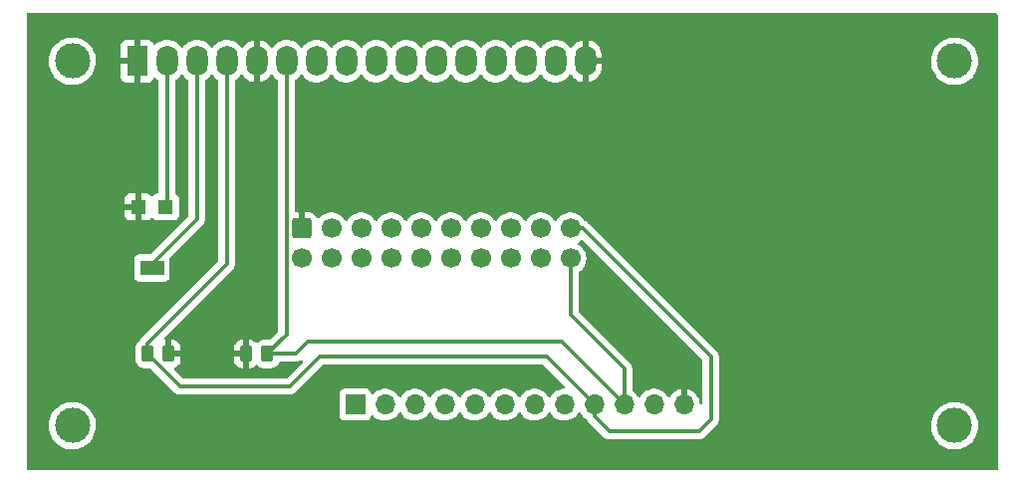
<source format=gbr>
%TF.GenerationSoftware,KiCad,Pcbnew,(6.0.0-0)*%
%TF.CreationDate,2022-01-07T22:13:42-05:00*%
%TF.ProjectId,LCD_Display,4c43445f-4469-4737-906c-61792e6b6963,rev?*%
%TF.SameCoordinates,Original*%
%TF.FileFunction,Copper,L2,Bot*%
%TF.FilePolarity,Positive*%
%FSLAX46Y46*%
G04 Gerber Fmt 4.6, Leading zero omitted, Abs format (unit mm)*
G04 Created by KiCad (PCBNEW (6.0.0-0)) date 2022-01-07 22:13:42*
%MOMM*%
%LPD*%
G01*
G04 APERTURE LIST*
G04 Aperture macros list*
%AMRoundRect*
0 Rectangle with rounded corners*
0 $1 Rounding radius*
0 $2 $3 $4 $5 $6 $7 $8 $9 X,Y pos of 4 corners*
0 Add a 4 corners polygon primitive as box body*
4,1,4,$2,$3,$4,$5,$6,$7,$8,$9,$2,$3,0*
0 Add four circle primitives for the rounded corners*
1,1,$1+$1,$2,$3*
1,1,$1+$1,$4,$5*
1,1,$1+$1,$6,$7*
1,1,$1+$1,$8,$9*
0 Add four rect primitives between the rounded corners*
20,1,$1+$1,$2,$3,$4,$5,0*
20,1,$1+$1,$4,$5,$6,$7,0*
20,1,$1+$1,$6,$7,$8,$9,0*
20,1,$1+$1,$8,$9,$2,$3,0*%
G04 Aperture macros list end*
%TA.AperFunction,ComponentPad*%
%ADD10C,1.700000*%
%TD*%
%TA.AperFunction,ComponentPad*%
%ADD11RoundRect,0.250000X-0.600000X0.600000X-0.600000X-0.600000X0.600000X-0.600000X0.600000X0.600000X0*%
%TD*%
%TA.AperFunction,ComponentPad*%
%ADD12C,3.000000*%
%TD*%
%TA.AperFunction,ComponentPad*%
%ADD13R,1.800000X2.600000*%
%TD*%
%TA.AperFunction,ComponentPad*%
%ADD14O,1.800000X2.600000*%
%TD*%
%TA.AperFunction,SMDPad,CuDef*%
%ADD15R,1.300000X1.300000*%
%TD*%
%TA.AperFunction,SMDPad,CuDef*%
%ADD16R,2.000000X1.300000*%
%TD*%
%TA.AperFunction,ComponentPad*%
%ADD17R,1.700000X1.700000*%
%TD*%
%TA.AperFunction,ComponentPad*%
%ADD18O,1.700000X1.700000*%
%TD*%
%TA.AperFunction,SMDPad,CuDef*%
%ADD19RoundRect,0.250000X0.262500X0.450000X-0.262500X0.450000X-0.262500X-0.450000X0.262500X-0.450000X0*%
%TD*%
%TA.AperFunction,SMDPad,CuDef*%
%ADD20RoundRect,0.250000X-0.262500X-0.450000X0.262500X-0.450000X0.262500X0.450000X-0.262500X0.450000X0*%
%TD*%
%TA.AperFunction,Conductor*%
%ADD21C,0.350000*%
%TD*%
G04 APERTURE END LIST*
D10*
%TO.P,J21,20,Pin_20*%
%TO.N,/~{WRITE}*%
X141478000Y-98044000D03*
%TO.P,J21,18,Pin_18*%
%TO.N,unconnected-(J21-Pad18)*%
X138938000Y-98044000D03*
%TO.P,J21,16,Pin_16*%
%TO.N,unconnected-(J21-Pad16)*%
X136398000Y-98044000D03*
%TO.P,J21,14,Pin_14*%
%TO.N,unconnected-(J21-Pad14)*%
X133858000Y-98044000D03*
%TO.P,J21,12,Pin_12*%
%TO.N,unconnected-(J21-Pad12)*%
X131318000Y-98044000D03*
%TO.P,J21,10,Pin_10*%
%TO.N,unconnected-(J21-Pad10)*%
X128778000Y-98044000D03*
%TO.P,J21,8,Pin_8*%
%TO.N,unconnected-(J21-Pad8)*%
X126238000Y-98044000D03*
%TO.P,J21,6,Pin_6*%
%TO.N,unconnected-(J21-Pad6)*%
X123698000Y-98044000D03*
%TO.P,J21,4,Pin_4*%
%TO.N,unconnected-(J21-Pad4)*%
X121158000Y-98044000D03*
%TO.P,J21,2,Pin_2*%
%TO.N,VCC*%
X118618000Y-98044000D03*
%TO.P,J21,19,Pin_19*%
%TO.N,/RS*%
X141478000Y-95504000D03*
%TO.P,J21,17,Pin_17*%
%TO.N,/D7*%
X138938000Y-95504000D03*
%TO.P,J21,15,Pin_15*%
%TO.N,/D6*%
X136398000Y-95504000D03*
%TO.P,J21,13,Pin_13*%
%TO.N,/D5*%
X133858000Y-95504000D03*
%TO.P,J21,11,Pin_11*%
%TO.N,/D4*%
X131318000Y-95504000D03*
%TO.P,J21,9,Pin_9*%
%TO.N,/D3*%
X128778000Y-95504000D03*
%TO.P,J21,7,Pin_7*%
%TO.N,/D2*%
X126238000Y-95504000D03*
%TO.P,J21,5,Pin_5*%
%TO.N,/D1*%
X123698000Y-95504000D03*
%TO.P,J21,3,Pin_3*%
%TO.N,/D0*%
X121158000Y-95504000D03*
D11*
%TO.P,J21,1,Pin_1*%
%TO.N,GND*%
X118618000Y-95504000D03*
%TD*%
D12*
%TO.P,DS1,*%
%TO.N,*%
X99148900Y-112280700D03*
X174147480Y-112280700D03*
X174148000Y-81280000D03*
X99148900Y-81280000D03*
D13*
%TO.P,DS1,1,VSS*%
%TO.N,GND*%
X104648000Y-81280000D03*
D14*
%TO.P,DS1,2,VDD*%
%TO.N,VCC*%
X107188000Y-81280000D03*
%TO.P,DS1,3,VO*%
%TO.N,/CONTRAST*%
X109728000Y-81280000D03*
%TO.P,DS1,4,RS*%
%TO.N,/RS*%
X112268000Y-81280000D03*
%TO.P,DS1,5,R/W*%
%TO.N,GND*%
X114808000Y-81280000D03*
%TO.P,DS1,6,E*%
%TO.N,/~{WRITE}*%
X117348000Y-81280000D03*
%TO.P,DS1,7,D0*%
%TO.N,/D0*%
X119888000Y-81280000D03*
%TO.P,DS1,8,D1*%
%TO.N,/D1*%
X122428000Y-81280000D03*
%TO.P,DS1,9,D2*%
%TO.N,/D2*%
X124968000Y-81280000D03*
%TO.P,DS1,10,D3*%
%TO.N,/D3*%
X127508000Y-81280000D03*
%TO.P,DS1,11,D4*%
%TO.N,/D4*%
X130048000Y-81280000D03*
%TO.P,DS1,12,D5*%
%TO.N,/D5*%
X132588000Y-81280000D03*
%TO.P,DS1,13,D6*%
%TO.N,/D6*%
X135128000Y-81280000D03*
%TO.P,DS1,14,D7*%
%TO.N,/D7*%
X137668000Y-81280000D03*
%TO.P,DS1,15,LED(+)*%
%TO.N,VCC*%
X140208000Y-81280000D03*
%TO.P,DS1,16,LED(-)*%
%TO.N,GND*%
X142748000Y-81280000D03*
%TD*%
D15*
%TO.P,RV1,3,3*%
%TO.N,GND*%
X104768000Y-93666000D03*
D16*
%TO.P,RV1,2,2*%
%TO.N,/CONTRAST*%
X105918000Y-98866000D03*
D15*
%TO.P,RV1,1,1*%
%TO.N,VCC*%
X107068000Y-93666000D03*
%TD*%
D17*
%TO.P,J1,1,Pin_1*%
%TO.N,/D0*%
X123190000Y-110490000D03*
D18*
%TO.P,J1,2,Pin_2*%
%TO.N,/D1*%
X125730000Y-110490000D03*
%TO.P,J1,3,Pin_3*%
%TO.N,/D2*%
X128270000Y-110490000D03*
%TO.P,J1,4,Pin_4*%
%TO.N,/D3*%
X130810000Y-110490000D03*
%TO.P,J1,5,Pin_5*%
%TO.N,/D4*%
X133350000Y-110490000D03*
%TO.P,J1,6,Pin_6*%
%TO.N,/D5*%
X135890000Y-110490000D03*
%TO.P,J1,7,Pin_7*%
%TO.N,/D6*%
X138430000Y-110490000D03*
%TO.P,J1,8,Pin_8*%
%TO.N,/D7*%
X140970000Y-110490000D03*
%TO.P,J1,9,Pin_9*%
%TO.N,/RS*%
X143510000Y-110490000D03*
%TO.P,J1,10,Pin_10*%
%TO.N,/~{WRITE}*%
X146050000Y-110490000D03*
%TO.P,J1,11,Pin_11*%
%TO.N,VCC*%
X148590000Y-110490000D03*
%TO.P,J1,12,Pin_12*%
%TO.N,GND*%
X151130000Y-110490000D03*
%TD*%
D19*
%TO.P,R1,1*%
%TO.N,/~{WRITE}*%
X115720500Y-106172000D03*
%TO.P,R1,2*%
%TO.N,GND*%
X113895500Y-106172000D03*
%TD*%
D20*
%TO.P,R2,2*%
%TO.N,GND*%
X107338500Y-106172000D03*
%TO.P,R2,1*%
%TO.N,/RS*%
X105513500Y-106172000D03*
%TD*%
D21*
%TO.N,/RS*%
X143510000Y-111506000D02*
X144780000Y-112776000D01*
X153416000Y-111760000D02*
X153416000Y-106426000D01*
X152400000Y-112776000D02*
X153416000Y-111760000D01*
X144780000Y-112776000D02*
X152400000Y-112776000D01*
X143510000Y-110490000D02*
X143510000Y-111506000D01*
X153416000Y-106426000D02*
X142494000Y-95504000D01*
X142494000Y-95504000D02*
X141478000Y-95504000D01*
%TO.N,/~{WRITE}*%
X141478000Y-98044000D02*
X141478000Y-102870000D01*
X141478000Y-102870000D02*
X146050000Y-107442000D01*
X146050000Y-107442000D02*
X146050000Y-110490000D01*
X146050000Y-110490000D02*
X140716000Y-105156000D01*
X140716000Y-105156000D02*
X119126000Y-105156000D01*
X119126000Y-105156000D02*
X118110000Y-106172000D01*
X118110000Y-106172000D02*
X115720500Y-106172000D01*
%TO.N,/RS*%
X143510000Y-110490000D02*
X139446000Y-106426000D01*
X120142000Y-106426000D02*
X117602000Y-108966000D01*
X139446000Y-106426000D02*
X120142000Y-106426000D01*
X117602000Y-108966000D02*
X108307500Y-108966000D01*
X108307500Y-108966000D02*
X105513500Y-106172000D01*
%TO.N,/~{WRITE}*%
X115720500Y-106172000D02*
X117348000Y-104544500D01*
X117348000Y-104544500D02*
X117348000Y-81280000D01*
%TO.N,/RS*%
X112268000Y-98552000D02*
X105513500Y-105306500D01*
X105513500Y-105306500D02*
X105513500Y-106172000D01*
%TO.N,/CONTRAST*%
X105918000Y-98866000D02*
X105918000Y-98552000D01*
X105918000Y-98552000D02*
X109728000Y-94742000D01*
X109728000Y-94742000D02*
X109728000Y-81280000D01*
%TO.N,GND*%
X104768000Y-93666000D02*
X104768000Y-81400000D01*
X104768000Y-81400000D02*
X104648000Y-81280000D01*
%TO.N,VCC*%
X107188000Y-81280000D02*
X107188000Y-93546000D01*
X107188000Y-93546000D02*
X107068000Y-93666000D01*
%TO.N,/RS*%
X112268000Y-98552000D02*
X112268000Y-81280000D01*
%TD*%
%TA.AperFunction,Conductor*%
%TO.N,GND*%
G36*
X177742121Y-77236002D02*
G01*
X177788614Y-77289658D01*
X177800000Y-77342000D01*
X177800000Y-115952000D01*
X177779998Y-116020121D01*
X177726342Y-116066614D01*
X177674000Y-116078000D01*
X95376000Y-116078000D01*
X95307879Y-116057998D01*
X95261386Y-116004342D01*
X95250000Y-115952000D01*
X95250000Y-112259618D01*
X97135817Y-112259618D01*
X97151582Y-112533020D01*
X97152407Y-112537225D01*
X97152408Y-112537233D01*
X97163027Y-112591357D01*
X97204305Y-112801753D01*
X97205692Y-112805803D01*
X97205693Y-112805808D01*
X97226505Y-112866595D01*
X97293012Y-113060844D01*
X97294939Y-113064675D01*
X97404214Y-113281945D01*
X97416060Y-113305499D01*
X97418486Y-113309028D01*
X97418489Y-113309034D01*
X97524704Y-113463576D01*
X97571174Y-113531190D01*
X97755482Y-113733743D01*
X97965575Y-113909407D01*
X97969216Y-113911691D01*
X98193924Y-114052651D01*
X98193928Y-114052653D01*
X98197564Y-114054934D01*
X98265444Y-114085583D01*
X98443245Y-114165864D01*
X98443249Y-114165866D01*
X98447157Y-114167630D01*
X98451277Y-114168850D01*
X98451276Y-114168850D01*
X98705623Y-114244191D01*
X98705627Y-114244192D01*
X98709736Y-114245409D01*
X98713970Y-114246057D01*
X98713975Y-114246058D01*
X98976198Y-114286183D01*
X98976200Y-114286183D01*
X98980440Y-114286832D01*
X99119812Y-114289022D01*
X99249971Y-114291067D01*
X99249977Y-114291067D01*
X99254262Y-114291134D01*
X99526135Y-114258234D01*
X99791027Y-114188741D01*
X99794987Y-114187101D01*
X99794992Y-114187099D01*
X99917532Y-114136341D01*
X100044036Y-114083941D01*
X100280482Y-113945773D01*
X100495989Y-113776794D01*
X100537709Y-113733743D01*
X100683586Y-113583209D01*
X100686569Y-113580131D01*
X100689102Y-113576683D01*
X100689106Y-113576678D01*
X100839174Y-113372384D01*
X100848695Y-113359423D01*
X100876054Y-113309034D01*
X100977318Y-113122530D01*
X100977319Y-113122528D01*
X100979368Y-113118754D01*
X101076169Y-112862577D01*
X101137307Y-112595633D01*
X101161651Y-112322861D01*
X101162093Y-112280700D01*
X101160897Y-112263156D01*
X101143759Y-112011755D01*
X101143758Y-112011749D01*
X101143467Y-112007478D01*
X101134856Y-111965895D01*
X101110544Y-111848500D01*
X101087932Y-111739312D01*
X100996517Y-111481165D01*
X100870913Y-111237812D01*
X100860940Y-111223621D01*
X100715908Y-111017262D01*
X100713445Y-111013757D01*
X100527025Y-110813145D01*
X100523710Y-110810431D01*
X100523706Y-110810428D01*
X100318423Y-110642406D01*
X100315105Y-110639690D01*
X100150747Y-110538972D01*
X100085266Y-110498845D01*
X100085265Y-110498845D01*
X100081604Y-110496601D01*
X100066567Y-110490000D01*
X99834773Y-110388249D01*
X99834769Y-110388248D01*
X99830845Y-110386525D01*
X99567466Y-110311500D01*
X99563224Y-110310896D01*
X99563218Y-110310895D01*
X99362734Y-110282362D01*
X99296343Y-110272913D01*
X99152489Y-110272160D01*
X99026777Y-110271502D01*
X99026771Y-110271502D01*
X99022491Y-110271480D01*
X99018247Y-110272039D01*
X99018243Y-110272039D01*
X98899202Y-110287711D01*
X98750978Y-110307225D01*
X98746838Y-110308358D01*
X98746836Y-110308358D01*
X98673908Y-110328309D01*
X98486828Y-110379488D01*
X98482880Y-110381172D01*
X98238882Y-110485246D01*
X98238878Y-110485248D01*
X98234930Y-110486932D01*
X98215025Y-110498845D01*
X98003625Y-110625364D01*
X98003621Y-110625367D01*
X97999943Y-110627568D01*
X97786218Y-110798794D01*
X97769617Y-110816288D01*
X97603052Y-110991811D01*
X97597708Y-110997442D01*
X97437902Y-111219836D01*
X97309757Y-111461861D01*
X97308285Y-111465884D01*
X97308283Y-111465888D01*
X97227306Y-111687167D01*
X97215643Y-111719037D01*
X97157304Y-111986607D01*
X97135817Y-112259618D01*
X95250000Y-112259618D01*
X95250000Y-99564134D01*
X104409500Y-99564134D01*
X104416255Y-99626316D01*
X104467385Y-99762705D01*
X104554739Y-99879261D01*
X104671295Y-99966615D01*
X104807684Y-100017745D01*
X104869866Y-100024500D01*
X106966134Y-100024500D01*
X107028316Y-100017745D01*
X107164705Y-99966615D01*
X107281261Y-99879261D01*
X107368615Y-99762705D01*
X107419745Y-99626316D01*
X107426500Y-99564134D01*
X107426500Y-98167866D01*
X107419745Y-98105684D01*
X107418229Y-98101640D01*
X107421846Y-98032326D01*
X107451633Y-97984982D01*
X110191459Y-95245156D01*
X110197724Y-95239302D01*
X110233945Y-95207704D01*
X110239670Y-95202710D01*
X110275066Y-95152345D01*
X110278980Y-95147077D01*
X110312248Y-95104649D01*
X110316935Y-95098672D01*
X110320061Y-95091748D01*
X110322671Y-95087439D01*
X110328042Y-95078024D01*
X110330427Y-95073576D01*
X110334795Y-95067361D01*
X110357144Y-95010039D01*
X110359698Y-95003962D01*
X110381887Y-94954820D01*
X110385014Y-94947895D01*
X110386400Y-94940418D01*
X110387910Y-94935598D01*
X110390878Y-94925182D01*
X110392131Y-94920302D01*
X110394889Y-94913228D01*
X110395881Y-94905695D01*
X110402921Y-94852223D01*
X110403953Y-94845710D01*
X110413777Y-94792701D01*
X110413777Y-94792699D01*
X110415161Y-94785232D01*
X110411709Y-94725357D01*
X110411500Y-94718105D01*
X110411500Y-82983741D01*
X110431502Y-82915620D01*
X110472135Y-82876022D01*
X110556318Y-82824939D01*
X110556325Y-82824934D01*
X110560883Y-82822168D01*
X110617533Y-82773010D01*
X110737386Y-82669007D01*
X110737388Y-82669005D01*
X110741419Y-82665507D01*
X110744802Y-82661381D01*
X110744806Y-82661377D01*
X110889591Y-82484798D01*
X110889593Y-82484795D01*
X110892978Y-82480667D01*
X110895617Y-82476031D01*
X110896945Y-82474099D01*
X110952016Y-82429292D01*
X111022570Y-82421371D01*
X111086205Y-82452852D01*
X111105301Y-82475106D01*
X111166334Y-82565762D01*
X111170013Y-82569619D01*
X111170015Y-82569621D01*
X111229035Y-82631490D01*
X111331326Y-82738718D01*
X111523100Y-82881402D01*
X111525438Y-82882591D01*
X111572250Y-82934878D01*
X111584500Y-82989071D01*
X111584500Y-98216695D01*
X111564498Y-98284816D01*
X111547595Y-98305790D01*
X105050041Y-104803344D01*
X105043776Y-104809198D01*
X105001830Y-104845790D01*
X104966434Y-104896155D01*
X104962522Y-104901420D01*
X104924565Y-104949828D01*
X104921439Y-104956752D01*
X104918829Y-104961061D01*
X104913458Y-104970476D01*
X104911073Y-104974924D01*
X104906705Y-104981139D01*
X104903945Y-104988218D01*
X104890188Y-105023504D01*
X104846808Y-105079706D01*
X104839098Y-105084879D01*
X104776652Y-105123522D01*
X104651695Y-105248697D01*
X104558885Y-105399262D01*
X104503203Y-105567139D01*
X104492500Y-105671600D01*
X104492500Y-106672400D01*
X104492837Y-106675646D01*
X104492837Y-106675650D01*
X104502752Y-106771206D01*
X104503474Y-106778166D01*
X104505655Y-106784702D01*
X104505655Y-106784704D01*
X104538604Y-106883462D01*
X104559450Y-106945946D01*
X104652522Y-107096348D01*
X104777697Y-107221305D01*
X104783927Y-107225145D01*
X104783928Y-107225146D01*
X104921288Y-107309816D01*
X104928262Y-107314115D01*
X105002773Y-107338829D01*
X105089611Y-107367632D01*
X105089613Y-107367632D01*
X105096139Y-107369797D01*
X105102975Y-107370497D01*
X105102978Y-107370498D01*
X105146031Y-107374909D01*
X105200600Y-107380500D01*
X105703195Y-107380500D01*
X105771316Y-107400502D01*
X105792290Y-107417405D01*
X107804344Y-109429459D01*
X107810198Y-109435724D01*
X107846790Y-109477670D01*
X107897155Y-109513066D01*
X107902420Y-109516978D01*
X107950828Y-109554935D01*
X107957752Y-109558061D01*
X107962061Y-109560671D01*
X107971476Y-109566042D01*
X107975924Y-109568427D01*
X107982139Y-109572795D01*
X108027535Y-109590494D01*
X108039457Y-109595142D01*
X108045529Y-109597694D01*
X108101605Y-109623014D01*
X108109082Y-109624400D01*
X108113902Y-109625910D01*
X108124318Y-109628878D01*
X108129198Y-109630131D01*
X108136272Y-109632889D01*
X108143803Y-109633881D01*
X108143805Y-109633881D01*
X108197277Y-109640921D01*
X108203790Y-109641953D01*
X108256799Y-109651777D01*
X108256801Y-109651777D01*
X108264268Y-109653161D01*
X108271849Y-109652724D01*
X108271850Y-109652724D01*
X108324143Y-109649709D01*
X108331395Y-109649500D01*
X117573955Y-109649500D01*
X117582524Y-109649792D01*
X117630458Y-109653060D01*
X117630462Y-109653060D01*
X117638034Y-109653576D01*
X117645511Y-109652271D01*
X117645514Y-109652271D01*
X117698647Y-109642998D01*
X117705171Y-109642035D01*
X117758691Y-109635558D01*
X117766235Y-109634645D01*
X117773345Y-109631958D01*
X117778248Y-109630754D01*
X117788734Y-109627886D01*
X117793526Y-109626439D01*
X117801004Y-109625134D01*
X117807957Y-109622082D01*
X117857341Y-109600405D01*
X117863446Y-109597914D01*
X117913882Y-109578855D01*
X117913885Y-109578853D01*
X117920989Y-109576169D01*
X117927246Y-109571869D01*
X117931714Y-109569533D01*
X117941160Y-109564275D01*
X117945526Y-109561693D01*
X117952485Y-109558638D01*
X118001304Y-109521177D01*
X118006623Y-109517314D01*
X118051065Y-109486769D01*
X118057326Y-109482466D01*
X118097233Y-109437676D01*
X118102213Y-109432402D01*
X120388210Y-107146405D01*
X120450522Y-107112379D01*
X120477305Y-107109500D01*
X139110695Y-107109500D01*
X139178816Y-107129502D01*
X139199790Y-107146405D01*
X140968500Y-108915115D01*
X141002526Y-108977427D01*
X140997461Y-109048242D01*
X140954914Y-109105078D01*
X140888394Y-109129889D01*
X140882380Y-109130067D01*
X140880079Y-109130228D01*
X140874911Y-109130165D01*
X140654091Y-109163955D01*
X140441756Y-109233357D01*
X140368757Y-109271358D01*
X140283996Y-109315482D01*
X140243607Y-109336507D01*
X140239474Y-109339610D01*
X140239471Y-109339612D01*
X140112453Y-109434980D01*
X140064965Y-109470635D01*
X140015607Y-109522285D01*
X139916196Y-109626313D01*
X139910629Y-109632138D01*
X139803201Y-109789621D01*
X139748293Y-109834621D01*
X139677768Y-109842792D01*
X139614021Y-109811538D01*
X139593324Y-109787054D01*
X139512822Y-109662617D01*
X139512820Y-109662614D01*
X139510014Y-109658277D01*
X139359670Y-109493051D01*
X139355619Y-109489852D01*
X139355615Y-109489848D01*
X139188414Y-109357800D01*
X139188410Y-109357798D01*
X139184359Y-109354598D01*
X139177878Y-109351020D01*
X139087255Y-109300994D01*
X138988789Y-109246638D01*
X138983920Y-109244914D01*
X138983916Y-109244912D01*
X138783087Y-109173795D01*
X138783083Y-109173794D01*
X138778212Y-109172069D01*
X138773119Y-109171162D01*
X138773116Y-109171161D01*
X138563373Y-109133800D01*
X138563367Y-109133799D01*
X138558284Y-109132894D01*
X138484452Y-109131992D01*
X138340081Y-109130228D01*
X138340079Y-109130228D01*
X138334911Y-109130165D01*
X138114091Y-109163955D01*
X137901756Y-109233357D01*
X137828757Y-109271358D01*
X137743996Y-109315482D01*
X137703607Y-109336507D01*
X137699474Y-109339610D01*
X137699471Y-109339612D01*
X137572453Y-109434980D01*
X137524965Y-109470635D01*
X137475607Y-109522285D01*
X137376196Y-109626313D01*
X137370629Y-109632138D01*
X137263201Y-109789621D01*
X137208293Y-109834621D01*
X137137768Y-109842792D01*
X137074021Y-109811538D01*
X137053324Y-109787054D01*
X136972822Y-109662617D01*
X136972820Y-109662614D01*
X136970014Y-109658277D01*
X136819670Y-109493051D01*
X136815619Y-109489852D01*
X136815615Y-109489848D01*
X136648414Y-109357800D01*
X136648410Y-109357798D01*
X136644359Y-109354598D01*
X136637878Y-109351020D01*
X136547255Y-109300994D01*
X136448789Y-109246638D01*
X136443920Y-109244914D01*
X136443916Y-109244912D01*
X136243087Y-109173795D01*
X136243083Y-109173794D01*
X136238212Y-109172069D01*
X136233119Y-109171162D01*
X136233116Y-109171161D01*
X136023373Y-109133800D01*
X136023367Y-109133799D01*
X136018284Y-109132894D01*
X135944452Y-109131992D01*
X135800081Y-109130228D01*
X135800079Y-109130228D01*
X135794911Y-109130165D01*
X135574091Y-109163955D01*
X135361756Y-109233357D01*
X135288757Y-109271358D01*
X135203996Y-109315482D01*
X135163607Y-109336507D01*
X135159474Y-109339610D01*
X135159471Y-109339612D01*
X135032453Y-109434980D01*
X134984965Y-109470635D01*
X134935607Y-109522285D01*
X134836196Y-109626313D01*
X134830629Y-109632138D01*
X134723201Y-109789621D01*
X134668293Y-109834621D01*
X134597768Y-109842792D01*
X134534021Y-109811538D01*
X134513324Y-109787054D01*
X134432822Y-109662617D01*
X134432820Y-109662614D01*
X134430014Y-109658277D01*
X134279670Y-109493051D01*
X134275619Y-109489852D01*
X134275615Y-109489848D01*
X134108414Y-109357800D01*
X134108410Y-109357798D01*
X134104359Y-109354598D01*
X134097878Y-109351020D01*
X134007255Y-109300994D01*
X133908789Y-109246638D01*
X133903920Y-109244914D01*
X133903916Y-109244912D01*
X133703087Y-109173795D01*
X133703083Y-109173794D01*
X133698212Y-109172069D01*
X133693119Y-109171162D01*
X133693116Y-109171161D01*
X133483373Y-109133800D01*
X133483367Y-109133799D01*
X133478284Y-109132894D01*
X133404452Y-109131992D01*
X133260081Y-109130228D01*
X133260079Y-109130228D01*
X133254911Y-109130165D01*
X133034091Y-109163955D01*
X132821756Y-109233357D01*
X132748757Y-109271358D01*
X132663996Y-109315482D01*
X132623607Y-109336507D01*
X132619474Y-109339610D01*
X132619471Y-109339612D01*
X132492453Y-109434980D01*
X132444965Y-109470635D01*
X132395607Y-109522285D01*
X132296196Y-109626313D01*
X132290629Y-109632138D01*
X132183201Y-109789621D01*
X132128293Y-109834621D01*
X132057768Y-109842792D01*
X131994021Y-109811538D01*
X131973324Y-109787054D01*
X131892822Y-109662617D01*
X131892820Y-109662614D01*
X131890014Y-109658277D01*
X131739670Y-109493051D01*
X131735619Y-109489852D01*
X131735615Y-109489848D01*
X131568414Y-109357800D01*
X131568410Y-109357798D01*
X131564359Y-109354598D01*
X131557878Y-109351020D01*
X131467255Y-109300994D01*
X131368789Y-109246638D01*
X131363920Y-109244914D01*
X131363916Y-109244912D01*
X131163087Y-109173795D01*
X131163083Y-109173794D01*
X131158212Y-109172069D01*
X131153119Y-109171162D01*
X131153116Y-109171161D01*
X130943373Y-109133800D01*
X130943367Y-109133799D01*
X130938284Y-109132894D01*
X130864452Y-109131992D01*
X130720081Y-109130228D01*
X130720079Y-109130228D01*
X130714911Y-109130165D01*
X130494091Y-109163955D01*
X130281756Y-109233357D01*
X130208757Y-109271358D01*
X130123996Y-109315482D01*
X130083607Y-109336507D01*
X130079474Y-109339610D01*
X130079471Y-109339612D01*
X129952453Y-109434980D01*
X129904965Y-109470635D01*
X129855607Y-109522285D01*
X129756196Y-109626313D01*
X129750629Y-109632138D01*
X129643201Y-109789621D01*
X129588293Y-109834621D01*
X129517768Y-109842792D01*
X129454021Y-109811538D01*
X129433324Y-109787054D01*
X129352822Y-109662617D01*
X129352820Y-109662614D01*
X129350014Y-109658277D01*
X129199670Y-109493051D01*
X129195619Y-109489852D01*
X129195615Y-109489848D01*
X129028414Y-109357800D01*
X129028410Y-109357798D01*
X129024359Y-109354598D01*
X129017878Y-109351020D01*
X128927255Y-109300994D01*
X128828789Y-109246638D01*
X128823920Y-109244914D01*
X128823916Y-109244912D01*
X128623087Y-109173795D01*
X128623083Y-109173794D01*
X128618212Y-109172069D01*
X128613119Y-109171162D01*
X128613116Y-109171161D01*
X128403373Y-109133800D01*
X128403367Y-109133799D01*
X128398284Y-109132894D01*
X128324452Y-109131992D01*
X128180081Y-109130228D01*
X128180079Y-109130228D01*
X128174911Y-109130165D01*
X127954091Y-109163955D01*
X127741756Y-109233357D01*
X127668757Y-109271358D01*
X127583996Y-109315482D01*
X127543607Y-109336507D01*
X127539474Y-109339610D01*
X127539471Y-109339612D01*
X127412453Y-109434980D01*
X127364965Y-109470635D01*
X127315607Y-109522285D01*
X127216196Y-109626313D01*
X127210629Y-109632138D01*
X127103201Y-109789621D01*
X127048293Y-109834621D01*
X126977768Y-109842792D01*
X126914021Y-109811538D01*
X126893324Y-109787054D01*
X126812822Y-109662617D01*
X126812820Y-109662614D01*
X126810014Y-109658277D01*
X126659670Y-109493051D01*
X126655619Y-109489852D01*
X126655615Y-109489848D01*
X126488414Y-109357800D01*
X126488410Y-109357798D01*
X126484359Y-109354598D01*
X126477878Y-109351020D01*
X126387255Y-109300994D01*
X126288789Y-109246638D01*
X126283920Y-109244914D01*
X126283916Y-109244912D01*
X126083087Y-109173795D01*
X126083083Y-109173794D01*
X126078212Y-109172069D01*
X126073119Y-109171162D01*
X126073116Y-109171161D01*
X125863373Y-109133800D01*
X125863367Y-109133799D01*
X125858284Y-109132894D01*
X125784452Y-109131992D01*
X125640081Y-109130228D01*
X125640079Y-109130228D01*
X125634911Y-109130165D01*
X125414091Y-109163955D01*
X125201756Y-109233357D01*
X125128757Y-109271358D01*
X125043996Y-109315482D01*
X125003607Y-109336507D01*
X124999474Y-109339610D01*
X124999471Y-109339612D01*
X124872453Y-109434980D01*
X124824965Y-109470635D01*
X124768537Y-109529684D01*
X124744283Y-109555064D01*
X124682759Y-109590494D01*
X124611846Y-109587037D01*
X124554060Y-109545791D01*
X124535207Y-109512243D01*
X124493767Y-109401703D01*
X124490615Y-109393295D01*
X124403261Y-109276739D01*
X124286705Y-109189385D01*
X124150316Y-109138255D01*
X124088134Y-109131500D01*
X122291866Y-109131500D01*
X122229684Y-109138255D01*
X122093295Y-109189385D01*
X121976739Y-109276739D01*
X121889385Y-109393295D01*
X121838255Y-109529684D01*
X121831500Y-109591866D01*
X121831500Y-111388134D01*
X121838255Y-111450316D01*
X121889385Y-111586705D01*
X121976739Y-111703261D01*
X122093295Y-111790615D01*
X122229684Y-111841745D01*
X122291866Y-111848500D01*
X124088134Y-111848500D01*
X124150316Y-111841745D01*
X124286705Y-111790615D01*
X124403261Y-111703261D01*
X124490615Y-111586705D01*
X124512799Y-111527529D01*
X124534598Y-111469382D01*
X124577240Y-111412618D01*
X124643802Y-111387918D01*
X124713150Y-111403126D01*
X124747817Y-111431114D01*
X124776250Y-111463938D01*
X124948126Y-111606632D01*
X125141000Y-111719338D01*
X125145825Y-111721180D01*
X125145826Y-111721181D01*
X125194406Y-111739732D01*
X125349692Y-111799030D01*
X125354760Y-111800061D01*
X125354763Y-111800062D01*
X125407056Y-111810701D01*
X125568597Y-111843567D01*
X125573772Y-111843757D01*
X125573774Y-111843757D01*
X125786673Y-111851564D01*
X125786677Y-111851564D01*
X125791837Y-111851753D01*
X125796957Y-111851097D01*
X125796959Y-111851097D01*
X126008288Y-111824025D01*
X126008289Y-111824025D01*
X126013416Y-111823368D01*
X126018366Y-111821883D01*
X126222429Y-111760661D01*
X126222434Y-111760659D01*
X126227384Y-111759174D01*
X126427994Y-111660896D01*
X126609860Y-111531173D01*
X126768096Y-111373489D01*
X126898453Y-111192077D01*
X126899776Y-111193028D01*
X126946645Y-111149857D01*
X127016580Y-111137625D01*
X127082026Y-111165144D01*
X127109875Y-111196994D01*
X127169987Y-111295088D01*
X127316250Y-111463938D01*
X127488126Y-111606632D01*
X127681000Y-111719338D01*
X127685825Y-111721180D01*
X127685826Y-111721181D01*
X127734406Y-111739732D01*
X127889692Y-111799030D01*
X127894760Y-111800061D01*
X127894763Y-111800062D01*
X127947056Y-111810701D01*
X128108597Y-111843567D01*
X128113772Y-111843757D01*
X128113774Y-111843757D01*
X128326673Y-111851564D01*
X128326677Y-111851564D01*
X128331837Y-111851753D01*
X128336957Y-111851097D01*
X128336959Y-111851097D01*
X128548288Y-111824025D01*
X128548289Y-111824025D01*
X128553416Y-111823368D01*
X128558366Y-111821883D01*
X128762429Y-111760661D01*
X128762434Y-111760659D01*
X128767384Y-111759174D01*
X128967994Y-111660896D01*
X129149860Y-111531173D01*
X129308096Y-111373489D01*
X129438453Y-111192077D01*
X129439776Y-111193028D01*
X129486645Y-111149857D01*
X129556580Y-111137625D01*
X129622026Y-111165144D01*
X129649875Y-111196994D01*
X129709987Y-111295088D01*
X129856250Y-111463938D01*
X130028126Y-111606632D01*
X130221000Y-111719338D01*
X130225825Y-111721180D01*
X130225826Y-111721181D01*
X130274406Y-111739732D01*
X130429692Y-111799030D01*
X130434760Y-111800061D01*
X130434763Y-111800062D01*
X130487056Y-111810701D01*
X130648597Y-111843567D01*
X130653772Y-111843757D01*
X130653774Y-111843757D01*
X130866673Y-111851564D01*
X130866677Y-111851564D01*
X130871837Y-111851753D01*
X130876957Y-111851097D01*
X130876959Y-111851097D01*
X131088288Y-111824025D01*
X131088289Y-111824025D01*
X131093416Y-111823368D01*
X131098366Y-111821883D01*
X131302429Y-111760661D01*
X131302434Y-111760659D01*
X131307384Y-111759174D01*
X131507994Y-111660896D01*
X131689860Y-111531173D01*
X131848096Y-111373489D01*
X131978453Y-111192077D01*
X131979776Y-111193028D01*
X132026645Y-111149857D01*
X132096580Y-111137625D01*
X132162026Y-111165144D01*
X132189875Y-111196994D01*
X132249987Y-111295088D01*
X132396250Y-111463938D01*
X132568126Y-111606632D01*
X132761000Y-111719338D01*
X132765825Y-111721180D01*
X132765826Y-111721181D01*
X132814406Y-111739732D01*
X132969692Y-111799030D01*
X132974760Y-111800061D01*
X132974763Y-111800062D01*
X133027056Y-111810701D01*
X133188597Y-111843567D01*
X133193772Y-111843757D01*
X133193774Y-111843757D01*
X133406673Y-111851564D01*
X133406677Y-111851564D01*
X133411837Y-111851753D01*
X133416957Y-111851097D01*
X133416959Y-111851097D01*
X133628288Y-111824025D01*
X133628289Y-111824025D01*
X133633416Y-111823368D01*
X133638366Y-111821883D01*
X133842429Y-111760661D01*
X133842434Y-111760659D01*
X133847384Y-111759174D01*
X134047994Y-111660896D01*
X134229860Y-111531173D01*
X134388096Y-111373489D01*
X134518453Y-111192077D01*
X134519776Y-111193028D01*
X134566645Y-111149857D01*
X134636580Y-111137625D01*
X134702026Y-111165144D01*
X134729875Y-111196994D01*
X134789987Y-111295088D01*
X134936250Y-111463938D01*
X135108126Y-111606632D01*
X135301000Y-111719338D01*
X135305825Y-111721180D01*
X135305826Y-111721181D01*
X135354406Y-111739732D01*
X135509692Y-111799030D01*
X135514760Y-111800061D01*
X135514763Y-111800062D01*
X135567056Y-111810701D01*
X135728597Y-111843567D01*
X135733772Y-111843757D01*
X135733774Y-111843757D01*
X135946673Y-111851564D01*
X135946677Y-111851564D01*
X135951837Y-111851753D01*
X135956957Y-111851097D01*
X135956959Y-111851097D01*
X136168288Y-111824025D01*
X136168289Y-111824025D01*
X136173416Y-111823368D01*
X136178366Y-111821883D01*
X136382429Y-111760661D01*
X136382434Y-111760659D01*
X136387384Y-111759174D01*
X136587994Y-111660896D01*
X136769860Y-111531173D01*
X136928096Y-111373489D01*
X137058453Y-111192077D01*
X137059776Y-111193028D01*
X137106645Y-111149857D01*
X137176580Y-111137625D01*
X137242026Y-111165144D01*
X137269875Y-111196994D01*
X137329987Y-111295088D01*
X137476250Y-111463938D01*
X137648126Y-111606632D01*
X137841000Y-111719338D01*
X137845825Y-111721180D01*
X137845826Y-111721181D01*
X137894406Y-111739732D01*
X138049692Y-111799030D01*
X138054760Y-111800061D01*
X138054763Y-111800062D01*
X138107056Y-111810701D01*
X138268597Y-111843567D01*
X138273772Y-111843757D01*
X138273774Y-111843757D01*
X138486673Y-111851564D01*
X138486677Y-111851564D01*
X138491837Y-111851753D01*
X138496957Y-111851097D01*
X138496959Y-111851097D01*
X138708288Y-111824025D01*
X138708289Y-111824025D01*
X138713416Y-111823368D01*
X138718366Y-111821883D01*
X138922429Y-111760661D01*
X138922434Y-111760659D01*
X138927384Y-111759174D01*
X139127994Y-111660896D01*
X139309860Y-111531173D01*
X139468096Y-111373489D01*
X139598453Y-111192077D01*
X139599776Y-111193028D01*
X139646645Y-111149857D01*
X139716580Y-111137625D01*
X139782026Y-111165144D01*
X139809875Y-111196994D01*
X139869987Y-111295088D01*
X140016250Y-111463938D01*
X140188126Y-111606632D01*
X140381000Y-111719338D01*
X140385825Y-111721180D01*
X140385826Y-111721181D01*
X140434406Y-111739732D01*
X140589692Y-111799030D01*
X140594760Y-111800061D01*
X140594763Y-111800062D01*
X140647056Y-111810701D01*
X140808597Y-111843567D01*
X140813772Y-111843757D01*
X140813774Y-111843757D01*
X141026673Y-111851564D01*
X141026677Y-111851564D01*
X141031837Y-111851753D01*
X141036957Y-111851097D01*
X141036959Y-111851097D01*
X141248288Y-111824025D01*
X141248289Y-111824025D01*
X141253416Y-111823368D01*
X141258366Y-111821883D01*
X141462429Y-111760661D01*
X141462434Y-111760659D01*
X141467384Y-111759174D01*
X141667994Y-111660896D01*
X141849860Y-111531173D01*
X142008096Y-111373489D01*
X142138453Y-111192077D01*
X142139776Y-111193028D01*
X142186645Y-111149857D01*
X142256580Y-111137625D01*
X142322026Y-111165144D01*
X142349875Y-111196994D01*
X142409987Y-111295088D01*
X142556250Y-111463938D01*
X142728126Y-111606632D01*
X142799785Y-111648506D01*
X142848508Y-111700143D01*
X142851588Y-111706650D01*
X142875595Y-111761342D01*
X142878086Y-111767446D01*
X142897145Y-111817882D01*
X142899831Y-111824989D01*
X142904131Y-111831246D01*
X142906467Y-111835714D01*
X142911725Y-111845160D01*
X142914307Y-111849526D01*
X142917362Y-111856485D01*
X142954823Y-111905304D01*
X142958686Y-111910623D01*
X142972848Y-111931228D01*
X142993534Y-111961326D01*
X142999203Y-111966377D01*
X143038323Y-112001232D01*
X143043598Y-112006213D01*
X144276844Y-113239459D01*
X144282698Y-113245724D01*
X144319290Y-113287670D01*
X144369655Y-113323066D01*
X144374920Y-113326978D01*
X144423328Y-113364935D01*
X144430252Y-113368061D01*
X144434561Y-113370671D01*
X144443976Y-113376042D01*
X144448424Y-113378427D01*
X144454639Y-113382795D01*
X144511952Y-113405140D01*
X144518034Y-113407697D01*
X144518515Y-113407914D01*
X144574104Y-113433014D01*
X144581576Y-113434399D01*
X144586427Y-113435919D01*
X144596765Y-113438864D01*
X144601696Y-113440130D01*
X144608772Y-113442889D01*
X144616301Y-113443880D01*
X144616304Y-113443881D01*
X144669766Y-113450919D01*
X144676281Y-113451951D01*
X144718141Y-113459709D01*
X144736767Y-113463161D01*
X144744347Y-113462724D01*
X144744348Y-113462724D01*
X144796642Y-113459709D01*
X144803894Y-113459500D01*
X152371955Y-113459500D01*
X152380524Y-113459792D01*
X152428458Y-113463060D01*
X152428462Y-113463060D01*
X152436034Y-113463576D01*
X152443511Y-113462271D01*
X152443514Y-113462271D01*
X152496647Y-113452998D01*
X152503171Y-113452035D01*
X152556691Y-113445558D01*
X152564235Y-113444645D01*
X152571345Y-113441958D01*
X152576248Y-113440754D01*
X152586734Y-113437886D01*
X152591526Y-113436439D01*
X152599004Y-113435134D01*
X152605957Y-113432082D01*
X152655341Y-113410405D01*
X152661446Y-113407914D01*
X152711882Y-113388855D01*
X152711885Y-113388853D01*
X152718989Y-113386169D01*
X152725246Y-113381869D01*
X152729714Y-113379533D01*
X152739160Y-113374275D01*
X152743526Y-113371693D01*
X152750485Y-113368638D01*
X152799304Y-113331177D01*
X152804623Y-113327314D01*
X152849065Y-113296769D01*
X152855326Y-113292466D01*
X152895233Y-113247676D01*
X152900213Y-113242402D01*
X153879459Y-112263156D01*
X153883245Y-112259618D01*
X172134397Y-112259618D01*
X172150162Y-112533020D01*
X172150987Y-112537225D01*
X172150988Y-112537233D01*
X172161607Y-112591357D01*
X172202885Y-112801753D01*
X172204272Y-112805803D01*
X172204273Y-112805808D01*
X172225085Y-112866595D01*
X172291592Y-113060844D01*
X172293519Y-113064675D01*
X172402794Y-113281945D01*
X172414640Y-113305499D01*
X172417066Y-113309028D01*
X172417069Y-113309034D01*
X172523284Y-113463576D01*
X172569754Y-113531190D01*
X172754062Y-113733743D01*
X172964155Y-113909407D01*
X172967796Y-113911691D01*
X173192504Y-114052651D01*
X173192508Y-114052653D01*
X173196144Y-114054934D01*
X173264024Y-114085583D01*
X173441825Y-114165864D01*
X173441829Y-114165866D01*
X173445737Y-114167630D01*
X173449857Y-114168850D01*
X173449856Y-114168850D01*
X173704203Y-114244191D01*
X173704207Y-114244192D01*
X173708316Y-114245409D01*
X173712550Y-114246057D01*
X173712555Y-114246058D01*
X173974778Y-114286183D01*
X173974780Y-114286183D01*
X173979020Y-114286832D01*
X174118392Y-114289022D01*
X174248551Y-114291067D01*
X174248557Y-114291067D01*
X174252842Y-114291134D01*
X174524715Y-114258234D01*
X174789607Y-114188741D01*
X174793567Y-114187101D01*
X174793572Y-114187099D01*
X174916112Y-114136341D01*
X175042616Y-114083941D01*
X175279062Y-113945773D01*
X175494569Y-113776794D01*
X175536289Y-113733743D01*
X175682166Y-113583209D01*
X175685149Y-113580131D01*
X175687682Y-113576683D01*
X175687686Y-113576678D01*
X175837754Y-113372384D01*
X175847275Y-113359423D01*
X175874634Y-113309034D01*
X175975898Y-113122530D01*
X175975899Y-113122528D01*
X175977948Y-113118754D01*
X176074749Y-112862577D01*
X176135887Y-112595633D01*
X176160231Y-112322861D01*
X176160673Y-112280700D01*
X176159477Y-112263156D01*
X176142339Y-112011755D01*
X176142338Y-112011749D01*
X176142047Y-112007478D01*
X176133436Y-111965895D01*
X176109124Y-111848500D01*
X176086512Y-111739312D01*
X175995097Y-111481165D01*
X175869493Y-111237812D01*
X175859520Y-111223621D01*
X175714488Y-111017262D01*
X175712025Y-111013757D01*
X175525605Y-110813145D01*
X175522290Y-110810431D01*
X175522286Y-110810428D01*
X175317003Y-110642406D01*
X175313685Y-110639690D01*
X175149327Y-110538972D01*
X175083846Y-110498845D01*
X175083845Y-110498845D01*
X175080184Y-110496601D01*
X175065147Y-110490000D01*
X174833353Y-110388249D01*
X174833349Y-110388248D01*
X174829425Y-110386525D01*
X174566046Y-110311500D01*
X174561804Y-110310896D01*
X174561798Y-110310895D01*
X174361314Y-110282362D01*
X174294923Y-110272913D01*
X174151069Y-110272160D01*
X174025357Y-110271502D01*
X174025351Y-110271502D01*
X174021071Y-110271480D01*
X174016827Y-110272039D01*
X174016823Y-110272039D01*
X173897782Y-110287711D01*
X173749558Y-110307225D01*
X173745418Y-110308358D01*
X173745416Y-110308358D01*
X173672488Y-110328309D01*
X173485408Y-110379488D01*
X173481460Y-110381172D01*
X173237462Y-110485246D01*
X173237458Y-110485248D01*
X173233510Y-110486932D01*
X173213605Y-110498845D01*
X173002205Y-110625364D01*
X173002201Y-110625367D01*
X172998523Y-110627568D01*
X172784798Y-110798794D01*
X172768197Y-110816288D01*
X172601632Y-110991811D01*
X172596288Y-110997442D01*
X172436482Y-111219836D01*
X172308337Y-111461861D01*
X172306865Y-111465884D01*
X172306863Y-111465888D01*
X172225886Y-111687167D01*
X172214223Y-111719037D01*
X172155884Y-111986607D01*
X172134397Y-112259618D01*
X153883245Y-112259618D01*
X153885724Y-112257302D01*
X153921945Y-112225704D01*
X153927670Y-112220710D01*
X153963066Y-112170345D01*
X153966980Y-112165077D01*
X154000248Y-112122649D01*
X154004935Y-112116672D01*
X154008061Y-112109748D01*
X154010671Y-112105439D01*
X154016042Y-112096024D01*
X154018427Y-112091576D01*
X154022795Y-112085361D01*
X154045144Y-112028039D01*
X154047698Y-112021962D01*
X154069887Y-111972820D01*
X154073014Y-111965895D01*
X154074400Y-111958418D01*
X154075910Y-111953598D01*
X154078878Y-111943182D01*
X154080131Y-111938302D01*
X154082889Y-111931228D01*
X154085959Y-111907910D01*
X154090921Y-111870223D01*
X154091953Y-111863710D01*
X154101777Y-111810701D01*
X154101777Y-111810699D01*
X154103161Y-111803232D01*
X154099709Y-111743357D01*
X154099500Y-111736105D01*
X154099500Y-106454056D01*
X154099792Y-106445486D01*
X154100197Y-106439548D01*
X154103577Y-106389966D01*
X154092997Y-106329342D01*
X154092034Y-106322819D01*
X154085558Y-106269308D01*
X154085558Y-106269307D01*
X154084645Y-106261765D01*
X154081959Y-106254655D01*
X154080754Y-106249752D01*
X154077895Y-106239300D01*
X154076441Y-106234484D01*
X154075134Y-106226996D01*
X154050390Y-106170627D01*
X154047925Y-106164588D01*
X154026169Y-106107011D01*
X154021864Y-106100748D01*
X154019517Y-106096258D01*
X154014257Y-106086807D01*
X154011690Y-106082466D01*
X154008639Y-106075515D01*
X154004020Y-106069495D01*
X154004015Y-106069487D01*
X153971181Y-106026698D01*
X153967319Y-106021384D01*
X153932466Y-105970674D01*
X153887676Y-105930767D01*
X153882402Y-105925787D01*
X142997156Y-95040541D01*
X142991302Y-95034276D01*
X142990455Y-95033305D01*
X142954710Y-94992330D01*
X142904345Y-94956934D01*
X142899077Y-94953020D01*
X142869839Y-94930094D01*
X142850672Y-94915065D01*
X142843748Y-94911939D01*
X142839439Y-94909329D01*
X142830024Y-94903958D01*
X142825576Y-94901573D01*
X142819361Y-94897205D01*
X142762039Y-94874856D01*
X142755971Y-94872306D01*
X142699896Y-94846987D01*
X142700549Y-94845541D01*
X142648867Y-94810997D01*
X142639769Y-94798652D01*
X142635920Y-94792701D01*
X142587661Y-94718105D01*
X142560822Y-94676617D01*
X142560820Y-94676614D01*
X142558014Y-94672277D01*
X142407670Y-94507051D01*
X142403619Y-94503852D01*
X142403615Y-94503848D01*
X142236414Y-94371800D01*
X142236410Y-94371798D01*
X142232359Y-94368598D01*
X142224273Y-94364134D01*
X142110356Y-94301249D01*
X142036789Y-94260638D01*
X142031920Y-94258914D01*
X142031916Y-94258912D01*
X141831087Y-94187795D01*
X141831083Y-94187794D01*
X141826212Y-94186069D01*
X141821119Y-94185162D01*
X141821116Y-94185161D01*
X141611373Y-94147800D01*
X141611367Y-94147799D01*
X141606284Y-94146894D01*
X141532452Y-94145992D01*
X141388081Y-94144228D01*
X141388079Y-94144228D01*
X141382911Y-94144165D01*
X141162091Y-94177955D01*
X140949756Y-94247357D01*
X140751607Y-94350507D01*
X140747474Y-94353610D01*
X140747471Y-94353612D01*
X140577100Y-94481530D01*
X140572965Y-94484635D01*
X140569393Y-94488373D01*
X140498360Y-94562705D01*
X140418629Y-94646138D01*
X140311201Y-94803621D01*
X140256293Y-94848621D01*
X140185768Y-94856792D01*
X140122021Y-94825538D01*
X140101324Y-94801054D01*
X140020822Y-94676617D01*
X140020820Y-94676614D01*
X140018014Y-94672277D01*
X139867670Y-94507051D01*
X139863619Y-94503852D01*
X139863615Y-94503848D01*
X139696414Y-94371800D01*
X139696410Y-94371798D01*
X139692359Y-94368598D01*
X139684273Y-94364134D01*
X139570356Y-94301249D01*
X139496789Y-94260638D01*
X139491920Y-94258914D01*
X139491916Y-94258912D01*
X139291087Y-94187795D01*
X139291083Y-94187794D01*
X139286212Y-94186069D01*
X139281119Y-94185162D01*
X139281116Y-94185161D01*
X139071373Y-94147800D01*
X139071367Y-94147799D01*
X139066284Y-94146894D01*
X138992452Y-94145992D01*
X138848081Y-94144228D01*
X138848079Y-94144228D01*
X138842911Y-94144165D01*
X138622091Y-94177955D01*
X138409756Y-94247357D01*
X138211607Y-94350507D01*
X138207474Y-94353610D01*
X138207471Y-94353612D01*
X138037100Y-94481530D01*
X138032965Y-94484635D01*
X138029393Y-94488373D01*
X137958360Y-94562705D01*
X137878629Y-94646138D01*
X137771201Y-94803621D01*
X137716293Y-94848621D01*
X137645768Y-94856792D01*
X137582021Y-94825538D01*
X137561324Y-94801054D01*
X137480822Y-94676617D01*
X137480820Y-94676614D01*
X137478014Y-94672277D01*
X137327670Y-94507051D01*
X137323619Y-94503852D01*
X137323615Y-94503848D01*
X137156414Y-94371800D01*
X137156410Y-94371798D01*
X137152359Y-94368598D01*
X137144273Y-94364134D01*
X137030356Y-94301249D01*
X136956789Y-94260638D01*
X136951920Y-94258914D01*
X136951916Y-94258912D01*
X136751087Y-94187795D01*
X136751083Y-94187794D01*
X136746212Y-94186069D01*
X136741119Y-94185162D01*
X136741116Y-94185161D01*
X136531373Y-94147800D01*
X136531367Y-94147799D01*
X136526284Y-94146894D01*
X136452452Y-94145992D01*
X136308081Y-94144228D01*
X136308079Y-94144228D01*
X136302911Y-94144165D01*
X136082091Y-94177955D01*
X135869756Y-94247357D01*
X135671607Y-94350507D01*
X135667474Y-94353610D01*
X135667471Y-94353612D01*
X135497100Y-94481530D01*
X135492965Y-94484635D01*
X135489393Y-94488373D01*
X135418360Y-94562705D01*
X135338629Y-94646138D01*
X135231201Y-94803621D01*
X135176293Y-94848621D01*
X135105768Y-94856792D01*
X135042021Y-94825538D01*
X135021324Y-94801054D01*
X134940822Y-94676617D01*
X134940820Y-94676614D01*
X134938014Y-94672277D01*
X134787670Y-94507051D01*
X134783619Y-94503852D01*
X134783615Y-94503848D01*
X134616414Y-94371800D01*
X134616410Y-94371798D01*
X134612359Y-94368598D01*
X134604273Y-94364134D01*
X134490356Y-94301249D01*
X134416789Y-94260638D01*
X134411920Y-94258914D01*
X134411916Y-94258912D01*
X134211087Y-94187795D01*
X134211083Y-94187794D01*
X134206212Y-94186069D01*
X134201119Y-94185162D01*
X134201116Y-94185161D01*
X133991373Y-94147800D01*
X133991367Y-94147799D01*
X133986284Y-94146894D01*
X133912452Y-94145992D01*
X133768081Y-94144228D01*
X133768079Y-94144228D01*
X133762911Y-94144165D01*
X133542091Y-94177955D01*
X133329756Y-94247357D01*
X133131607Y-94350507D01*
X133127474Y-94353610D01*
X133127471Y-94353612D01*
X132957100Y-94481530D01*
X132952965Y-94484635D01*
X132949393Y-94488373D01*
X132878360Y-94562705D01*
X132798629Y-94646138D01*
X132691201Y-94803621D01*
X132636293Y-94848621D01*
X132565768Y-94856792D01*
X132502021Y-94825538D01*
X132481324Y-94801054D01*
X132400822Y-94676617D01*
X132400820Y-94676614D01*
X132398014Y-94672277D01*
X132247670Y-94507051D01*
X132243619Y-94503852D01*
X132243615Y-94503848D01*
X132076414Y-94371800D01*
X132076410Y-94371798D01*
X132072359Y-94368598D01*
X132064273Y-94364134D01*
X131950356Y-94301249D01*
X131876789Y-94260638D01*
X131871920Y-94258914D01*
X131871916Y-94258912D01*
X131671087Y-94187795D01*
X131671083Y-94187794D01*
X131666212Y-94186069D01*
X131661119Y-94185162D01*
X131661116Y-94185161D01*
X131451373Y-94147800D01*
X131451367Y-94147799D01*
X131446284Y-94146894D01*
X131372452Y-94145992D01*
X131228081Y-94144228D01*
X131228079Y-94144228D01*
X131222911Y-94144165D01*
X131002091Y-94177955D01*
X130789756Y-94247357D01*
X130591607Y-94350507D01*
X130587474Y-94353610D01*
X130587471Y-94353612D01*
X130417100Y-94481530D01*
X130412965Y-94484635D01*
X130409393Y-94488373D01*
X130338360Y-94562705D01*
X130258629Y-94646138D01*
X130151201Y-94803621D01*
X130096293Y-94848621D01*
X130025768Y-94856792D01*
X129962021Y-94825538D01*
X129941324Y-94801054D01*
X129860822Y-94676617D01*
X129860820Y-94676614D01*
X129858014Y-94672277D01*
X129707670Y-94507051D01*
X129703619Y-94503852D01*
X129703615Y-94503848D01*
X129536414Y-94371800D01*
X129536410Y-94371798D01*
X129532359Y-94368598D01*
X129524273Y-94364134D01*
X129410356Y-94301249D01*
X129336789Y-94260638D01*
X129331920Y-94258914D01*
X129331916Y-94258912D01*
X129131087Y-94187795D01*
X129131083Y-94187794D01*
X129126212Y-94186069D01*
X129121119Y-94185162D01*
X129121116Y-94185161D01*
X128911373Y-94147800D01*
X128911367Y-94147799D01*
X128906284Y-94146894D01*
X128832452Y-94145992D01*
X128688081Y-94144228D01*
X128688079Y-94144228D01*
X128682911Y-94144165D01*
X128462091Y-94177955D01*
X128249756Y-94247357D01*
X128051607Y-94350507D01*
X128047474Y-94353610D01*
X128047471Y-94353612D01*
X127877100Y-94481530D01*
X127872965Y-94484635D01*
X127869393Y-94488373D01*
X127798360Y-94562705D01*
X127718629Y-94646138D01*
X127611201Y-94803621D01*
X127556293Y-94848621D01*
X127485768Y-94856792D01*
X127422021Y-94825538D01*
X127401324Y-94801054D01*
X127320822Y-94676617D01*
X127320820Y-94676614D01*
X127318014Y-94672277D01*
X127167670Y-94507051D01*
X127163619Y-94503852D01*
X127163615Y-94503848D01*
X126996414Y-94371800D01*
X126996410Y-94371798D01*
X126992359Y-94368598D01*
X126984273Y-94364134D01*
X126870356Y-94301249D01*
X126796789Y-94260638D01*
X126791920Y-94258914D01*
X126791916Y-94258912D01*
X126591087Y-94187795D01*
X126591083Y-94187794D01*
X126586212Y-94186069D01*
X126581119Y-94185162D01*
X126581116Y-94185161D01*
X126371373Y-94147800D01*
X126371367Y-94147799D01*
X126366284Y-94146894D01*
X126292452Y-94145992D01*
X126148081Y-94144228D01*
X126148079Y-94144228D01*
X126142911Y-94144165D01*
X125922091Y-94177955D01*
X125709756Y-94247357D01*
X125511607Y-94350507D01*
X125507474Y-94353610D01*
X125507471Y-94353612D01*
X125337100Y-94481530D01*
X125332965Y-94484635D01*
X125329393Y-94488373D01*
X125258360Y-94562705D01*
X125178629Y-94646138D01*
X125071201Y-94803621D01*
X125016293Y-94848621D01*
X124945768Y-94856792D01*
X124882021Y-94825538D01*
X124861324Y-94801054D01*
X124780822Y-94676617D01*
X124780820Y-94676614D01*
X124778014Y-94672277D01*
X124627670Y-94507051D01*
X124623619Y-94503852D01*
X124623615Y-94503848D01*
X124456414Y-94371800D01*
X124456410Y-94371798D01*
X124452359Y-94368598D01*
X124444273Y-94364134D01*
X124330356Y-94301249D01*
X124256789Y-94260638D01*
X124251920Y-94258914D01*
X124251916Y-94258912D01*
X124051087Y-94187795D01*
X124051083Y-94187794D01*
X124046212Y-94186069D01*
X124041119Y-94185162D01*
X124041116Y-94185161D01*
X123831373Y-94147800D01*
X123831367Y-94147799D01*
X123826284Y-94146894D01*
X123752452Y-94145992D01*
X123608081Y-94144228D01*
X123608079Y-94144228D01*
X123602911Y-94144165D01*
X123382091Y-94177955D01*
X123169756Y-94247357D01*
X122971607Y-94350507D01*
X122967474Y-94353610D01*
X122967471Y-94353612D01*
X122797100Y-94481530D01*
X122792965Y-94484635D01*
X122789393Y-94488373D01*
X122718360Y-94562705D01*
X122638629Y-94646138D01*
X122531201Y-94803621D01*
X122476293Y-94848621D01*
X122405768Y-94856792D01*
X122342021Y-94825538D01*
X122321324Y-94801054D01*
X122240822Y-94676617D01*
X122240820Y-94676614D01*
X122238014Y-94672277D01*
X122087670Y-94507051D01*
X122083619Y-94503852D01*
X122083615Y-94503848D01*
X121916414Y-94371800D01*
X121916410Y-94371798D01*
X121912359Y-94368598D01*
X121904273Y-94364134D01*
X121790356Y-94301249D01*
X121716789Y-94260638D01*
X121711920Y-94258914D01*
X121711916Y-94258912D01*
X121511087Y-94187795D01*
X121511083Y-94187794D01*
X121506212Y-94186069D01*
X121501119Y-94185162D01*
X121501116Y-94185161D01*
X121291373Y-94147800D01*
X121291367Y-94147799D01*
X121286284Y-94146894D01*
X121212452Y-94145992D01*
X121068081Y-94144228D01*
X121068079Y-94144228D01*
X121062911Y-94144165D01*
X120842091Y-94177955D01*
X120629756Y-94247357D01*
X120431607Y-94350507D01*
X120427474Y-94353610D01*
X120427471Y-94353612D01*
X120257100Y-94481530D01*
X120252965Y-94484635D01*
X120118652Y-94625185D01*
X120057130Y-94660614D01*
X119986217Y-94657157D01*
X119928431Y-94615911D01*
X119913460Y-94591586D01*
X119905241Y-94574042D01*
X119819937Y-94436193D01*
X119810901Y-94424792D01*
X119696171Y-94310261D01*
X119684760Y-94301249D01*
X119546757Y-94216184D01*
X119533576Y-94210037D01*
X119379290Y-94158862D01*
X119365914Y-94155995D01*
X119271562Y-94146328D01*
X119265145Y-94146000D01*
X118890115Y-94146000D01*
X118874876Y-94150475D01*
X118873671Y-94151865D01*
X118872000Y-94159548D01*
X118872000Y-95632000D01*
X118851998Y-95700121D01*
X118798342Y-95746614D01*
X118746000Y-95758000D01*
X118490000Y-95758000D01*
X118421879Y-95737998D01*
X118375386Y-95684342D01*
X118364000Y-95632000D01*
X118364000Y-94164116D01*
X118359525Y-94148877D01*
X118358135Y-94147672D01*
X118350452Y-94146001D01*
X118157500Y-94146001D01*
X118089379Y-94125999D01*
X118042886Y-94072343D01*
X118031500Y-94020001D01*
X118031500Y-82983741D01*
X118051502Y-82915620D01*
X118092135Y-82876022D01*
X118176318Y-82824939D01*
X118176325Y-82824934D01*
X118180883Y-82822168D01*
X118237533Y-82773010D01*
X118357386Y-82669007D01*
X118357388Y-82669005D01*
X118361419Y-82665507D01*
X118364802Y-82661381D01*
X118364806Y-82661377D01*
X118509591Y-82484798D01*
X118509593Y-82484795D01*
X118512978Y-82480667D01*
X118515617Y-82476031D01*
X118516945Y-82474099D01*
X118572016Y-82429292D01*
X118642570Y-82421371D01*
X118706205Y-82452852D01*
X118725301Y-82475106D01*
X118786334Y-82565762D01*
X118790013Y-82569619D01*
X118790015Y-82569621D01*
X118849035Y-82631490D01*
X118951326Y-82738718D01*
X119143100Y-82881402D01*
X119147851Y-82883818D01*
X119147855Y-82883820D01*
X119351414Y-82987314D01*
X119356172Y-82989733D01*
X119469061Y-83024786D01*
X119579349Y-83059032D01*
X119579355Y-83059033D01*
X119584452Y-83060616D01*
X119688842Y-83074452D01*
X119816127Y-83091323D01*
X119816131Y-83091323D01*
X119821411Y-83092023D01*
X119826740Y-83091823D01*
X119826741Y-83091823D01*
X119938445Y-83087629D01*
X120060274Y-83083055D01*
X120160126Y-83062104D01*
X120288984Y-83035067D01*
X120288987Y-83035066D01*
X120294211Y-83033970D01*
X120516533Y-82946171D01*
X120720883Y-82822168D01*
X120777533Y-82773010D01*
X120897386Y-82669007D01*
X120897388Y-82669005D01*
X120901419Y-82665507D01*
X120904802Y-82661381D01*
X120904806Y-82661377D01*
X121049591Y-82484798D01*
X121049593Y-82484795D01*
X121052978Y-82480667D01*
X121055617Y-82476031D01*
X121056945Y-82474099D01*
X121112016Y-82429292D01*
X121182570Y-82421371D01*
X121246205Y-82452852D01*
X121265301Y-82475106D01*
X121326334Y-82565762D01*
X121330013Y-82569619D01*
X121330015Y-82569621D01*
X121389035Y-82631490D01*
X121491326Y-82738718D01*
X121683100Y-82881402D01*
X121687851Y-82883818D01*
X121687855Y-82883820D01*
X121891414Y-82987314D01*
X121896172Y-82989733D01*
X122009061Y-83024786D01*
X122119349Y-83059032D01*
X122119355Y-83059033D01*
X122124452Y-83060616D01*
X122228842Y-83074452D01*
X122356127Y-83091323D01*
X122356131Y-83091323D01*
X122361411Y-83092023D01*
X122366740Y-83091823D01*
X122366741Y-83091823D01*
X122478445Y-83087629D01*
X122600274Y-83083055D01*
X122700126Y-83062104D01*
X122828984Y-83035067D01*
X122828987Y-83035066D01*
X122834211Y-83033970D01*
X123056533Y-82946171D01*
X123260883Y-82822168D01*
X123317533Y-82773010D01*
X123437386Y-82669007D01*
X123437388Y-82669005D01*
X123441419Y-82665507D01*
X123444802Y-82661381D01*
X123444806Y-82661377D01*
X123589591Y-82484798D01*
X123589593Y-82484795D01*
X123592978Y-82480667D01*
X123595617Y-82476031D01*
X123596945Y-82474099D01*
X123652016Y-82429292D01*
X123722570Y-82421371D01*
X123786205Y-82452852D01*
X123805301Y-82475106D01*
X123866334Y-82565762D01*
X123870013Y-82569619D01*
X123870015Y-82569621D01*
X123929035Y-82631490D01*
X124031326Y-82738718D01*
X124223100Y-82881402D01*
X124227851Y-82883818D01*
X124227855Y-82883820D01*
X124431414Y-82987314D01*
X124436172Y-82989733D01*
X124549061Y-83024786D01*
X124659349Y-83059032D01*
X124659355Y-83059033D01*
X124664452Y-83060616D01*
X124768842Y-83074452D01*
X124896127Y-83091323D01*
X124896131Y-83091323D01*
X124901411Y-83092023D01*
X124906740Y-83091823D01*
X124906741Y-83091823D01*
X125018445Y-83087629D01*
X125140274Y-83083055D01*
X125240126Y-83062104D01*
X125368984Y-83035067D01*
X125368987Y-83035066D01*
X125374211Y-83033970D01*
X125596533Y-82946171D01*
X125800883Y-82822168D01*
X125857533Y-82773010D01*
X125977386Y-82669007D01*
X125977388Y-82669005D01*
X125981419Y-82665507D01*
X125984802Y-82661381D01*
X125984806Y-82661377D01*
X126129591Y-82484798D01*
X126129593Y-82484795D01*
X126132978Y-82480667D01*
X126135617Y-82476031D01*
X126136945Y-82474099D01*
X126192016Y-82429292D01*
X126262570Y-82421371D01*
X126326205Y-82452852D01*
X126345301Y-82475106D01*
X126406334Y-82565762D01*
X126410013Y-82569619D01*
X126410015Y-82569621D01*
X126469035Y-82631490D01*
X126571326Y-82738718D01*
X126763100Y-82881402D01*
X126767851Y-82883818D01*
X126767855Y-82883820D01*
X126971414Y-82987314D01*
X126976172Y-82989733D01*
X127089061Y-83024786D01*
X127199349Y-83059032D01*
X127199355Y-83059033D01*
X127204452Y-83060616D01*
X127308842Y-83074452D01*
X127436127Y-83091323D01*
X127436131Y-83091323D01*
X127441411Y-83092023D01*
X127446740Y-83091823D01*
X127446741Y-83091823D01*
X127558445Y-83087629D01*
X127680274Y-83083055D01*
X127780126Y-83062104D01*
X127908984Y-83035067D01*
X127908987Y-83035066D01*
X127914211Y-83033970D01*
X128136533Y-82946171D01*
X128340883Y-82822168D01*
X128397533Y-82773010D01*
X128517386Y-82669007D01*
X128517388Y-82669005D01*
X128521419Y-82665507D01*
X128524802Y-82661381D01*
X128524806Y-82661377D01*
X128669591Y-82484798D01*
X128669593Y-82484795D01*
X128672978Y-82480667D01*
X128675617Y-82476031D01*
X128676945Y-82474099D01*
X128732016Y-82429292D01*
X128802570Y-82421371D01*
X128866205Y-82452852D01*
X128885301Y-82475106D01*
X128946334Y-82565762D01*
X128950013Y-82569619D01*
X128950015Y-82569621D01*
X129009035Y-82631490D01*
X129111326Y-82738718D01*
X129303100Y-82881402D01*
X129307851Y-82883818D01*
X129307855Y-82883820D01*
X129511414Y-82987314D01*
X129516172Y-82989733D01*
X129629061Y-83024786D01*
X129739349Y-83059032D01*
X129739355Y-83059033D01*
X129744452Y-83060616D01*
X129848842Y-83074452D01*
X129976127Y-83091323D01*
X129976131Y-83091323D01*
X129981411Y-83092023D01*
X129986740Y-83091823D01*
X129986741Y-83091823D01*
X130098445Y-83087629D01*
X130220274Y-83083055D01*
X130320126Y-83062104D01*
X130448984Y-83035067D01*
X130448987Y-83035066D01*
X130454211Y-83033970D01*
X130676533Y-82946171D01*
X130880883Y-82822168D01*
X130937533Y-82773010D01*
X131057386Y-82669007D01*
X131057388Y-82669005D01*
X131061419Y-82665507D01*
X131064802Y-82661381D01*
X131064806Y-82661377D01*
X131209591Y-82484798D01*
X131209593Y-82484795D01*
X131212978Y-82480667D01*
X131215617Y-82476031D01*
X131216945Y-82474099D01*
X131272016Y-82429292D01*
X131342570Y-82421371D01*
X131406205Y-82452852D01*
X131425301Y-82475106D01*
X131486334Y-82565762D01*
X131490013Y-82569619D01*
X131490015Y-82569621D01*
X131549035Y-82631490D01*
X131651326Y-82738718D01*
X131843100Y-82881402D01*
X131847851Y-82883818D01*
X131847855Y-82883820D01*
X132051414Y-82987314D01*
X132056172Y-82989733D01*
X132169061Y-83024786D01*
X132279349Y-83059032D01*
X132279355Y-83059033D01*
X132284452Y-83060616D01*
X132388842Y-83074452D01*
X132516127Y-83091323D01*
X132516131Y-83091323D01*
X132521411Y-83092023D01*
X132526740Y-83091823D01*
X132526741Y-83091823D01*
X132638445Y-83087629D01*
X132760274Y-83083055D01*
X132860126Y-83062104D01*
X132988984Y-83035067D01*
X132988987Y-83035066D01*
X132994211Y-83033970D01*
X133216533Y-82946171D01*
X133420883Y-82822168D01*
X133477533Y-82773010D01*
X133597386Y-82669007D01*
X133597388Y-82669005D01*
X133601419Y-82665507D01*
X133604802Y-82661381D01*
X133604806Y-82661377D01*
X133749591Y-82484798D01*
X133749593Y-82484795D01*
X133752978Y-82480667D01*
X133755617Y-82476031D01*
X133756945Y-82474099D01*
X133812016Y-82429292D01*
X133882570Y-82421371D01*
X133946205Y-82452852D01*
X133965301Y-82475106D01*
X134026334Y-82565762D01*
X134030013Y-82569619D01*
X134030015Y-82569621D01*
X134089035Y-82631490D01*
X134191326Y-82738718D01*
X134383100Y-82881402D01*
X134387851Y-82883818D01*
X134387855Y-82883820D01*
X134591414Y-82987314D01*
X134596172Y-82989733D01*
X134709061Y-83024786D01*
X134819349Y-83059032D01*
X134819355Y-83059033D01*
X134824452Y-83060616D01*
X134928842Y-83074452D01*
X135056127Y-83091323D01*
X135056131Y-83091323D01*
X135061411Y-83092023D01*
X135066740Y-83091823D01*
X135066741Y-83091823D01*
X135178445Y-83087629D01*
X135300274Y-83083055D01*
X135400126Y-83062104D01*
X135528984Y-83035067D01*
X135528987Y-83035066D01*
X135534211Y-83033970D01*
X135756533Y-82946171D01*
X135960883Y-82822168D01*
X136017533Y-82773010D01*
X136137386Y-82669007D01*
X136137388Y-82669005D01*
X136141419Y-82665507D01*
X136144802Y-82661381D01*
X136144806Y-82661377D01*
X136289591Y-82484798D01*
X136289593Y-82484795D01*
X136292978Y-82480667D01*
X136295617Y-82476031D01*
X136296945Y-82474099D01*
X136352016Y-82429292D01*
X136422570Y-82421371D01*
X136486205Y-82452852D01*
X136505301Y-82475106D01*
X136566334Y-82565762D01*
X136570013Y-82569619D01*
X136570015Y-82569621D01*
X136629035Y-82631490D01*
X136731326Y-82738718D01*
X136923100Y-82881402D01*
X136927851Y-82883818D01*
X136927855Y-82883820D01*
X137131414Y-82987314D01*
X137136172Y-82989733D01*
X137249061Y-83024786D01*
X137359349Y-83059032D01*
X137359355Y-83059033D01*
X137364452Y-83060616D01*
X137468842Y-83074452D01*
X137596127Y-83091323D01*
X137596131Y-83091323D01*
X137601411Y-83092023D01*
X137606740Y-83091823D01*
X137606741Y-83091823D01*
X137718445Y-83087629D01*
X137840274Y-83083055D01*
X137940126Y-83062104D01*
X138068984Y-83035067D01*
X138068987Y-83035066D01*
X138074211Y-83033970D01*
X138296533Y-82946171D01*
X138500883Y-82822168D01*
X138557533Y-82773010D01*
X138677386Y-82669007D01*
X138677388Y-82669005D01*
X138681419Y-82665507D01*
X138684802Y-82661381D01*
X138684806Y-82661377D01*
X138829591Y-82484798D01*
X138829593Y-82484795D01*
X138832978Y-82480667D01*
X138835617Y-82476031D01*
X138836945Y-82474099D01*
X138892016Y-82429292D01*
X138962570Y-82421371D01*
X139026205Y-82452852D01*
X139045301Y-82475106D01*
X139106334Y-82565762D01*
X139110013Y-82569619D01*
X139110015Y-82569621D01*
X139169035Y-82631490D01*
X139271326Y-82738718D01*
X139463100Y-82881402D01*
X139467851Y-82883818D01*
X139467855Y-82883820D01*
X139671414Y-82987314D01*
X139676172Y-82989733D01*
X139789061Y-83024786D01*
X139899349Y-83059032D01*
X139899355Y-83059033D01*
X139904452Y-83060616D01*
X140008842Y-83074452D01*
X140136127Y-83091323D01*
X140136131Y-83091323D01*
X140141411Y-83092023D01*
X140146740Y-83091823D01*
X140146741Y-83091823D01*
X140258445Y-83087629D01*
X140380274Y-83083055D01*
X140480126Y-83062104D01*
X140608984Y-83035067D01*
X140608987Y-83035066D01*
X140614211Y-83033970D01*
X140836533Y-82946171D01*
X141040883Y-82822168D01*
X141097533Y-82773010D01*
X141217386Y-82669007D01*
X141217388Y-82669005D01*
X141221419Y-82665507D01*
X141224802Y-82661381D01*
X141224806Y-82661377D01*
X141369593Y-82484795D01*
X141372978Y-82480667D01*
X141375619Y-82476027D01*
X141377244Y-82473663D01*
X141432312Y-82428852D01*
X141502865Y-82420927D01*
X141566502Y-82452403D01*
X141585604Y-82474662D01*
X141643751Y-82561029D01*
X141650406Y-82569307D01*
X141807971Y-82734478D01*
X141815942Y-82741530D01*
X141999082Y-82877790D01*
X142008119Y-82883394D01*
X142211606Y-82986851D01*
X142221459Y-82990852D01*
X142439461Y-83058544D01*
X142449848Y-83060828D01*
X142476043Y-83064300D01*
X142490207Y-83062104D01*
X142494000Y-83048919D01*
X142494000Y-83047282D01*
X143002000Y-83047282D01*
X143005973Y-83060813D01*
X143016580Y-83062338D01*
X143148840Y-83034587D01*
X143159037Y-83031527D01*
X143371340Y-82947685D01*
X143380876Y-82942951D01*
X143576025Y-82824532D01*
X143584618Y-82818266D01*
X143757027Y-82668658D01*
X143764447Y-82661028D01*
X143909180Y-82484512D01*
X143915206Y-82475745D01*
X144028129Y-82277367D01*
X144032595Y-82267703D01*
X144110481Y-82053132D01*
X144113251Y-82042865D01*
X144154081Y-81817068D01*
X144155016Y-81808838D01*
X144155930Y-81789450D01*
X144156000Y-81786474D01*
X144156000Y-81552115D01*
X144151525Y-81536876D01*
X144150135Y-81535671D01*
X144142452Y-81534000D01*
X143020115Y-81534000D01*
X143004876Y-81538475D01*
X143003671Y-81539865D01*
X143002000Y-81547548D01*
X143002000Y-83047282D01*
X142494000Y-83047282D01*
X142494000Y-81258918D01*
X172134917Y-81258918D01*
X172150682Y-81532320D01*
X172151507Y-81536525D01*
X172151508Y-81536533D01*
X172162127Y-81590657D01*
X172203405Y-81801053D01*
X172204792Y-81805103D01*
X172204793Y-81805108D01*
X172289711Y-82053132D01*
X172292112Y-82060144D01*
X172294039Y-82063975D01*
X172399134Y-82272934D01*
X172415160Y-82304799D01*
X172417586Y-82308328D01*
X172417589Y-82308334D01*
X172567843Y-82526953D01*
X172570274Y-82530490D01*
X172573161Y-82533663D01*
X172573162Y-82533664D01*
X172605880Y-82569621D01*
X172754582Y-82733043D01*
X172964675Y-82908707D01*
X172968316Y-82910991D01*
X173193024Y-83051951D01*
X173193028Y-83051953D01*
X173196664Y-83054234D01*
X173270630Y-83087631D01*
X173442345Y-83165164D01*
X173442349Y-83165166D01*
X173446257Y-83166930D01*
X173450377Y-83168150D01*
X173450376Y-83168150D01*
X173704723Y-83243491D01*
X173704727Y-83243492D01*
X173708836Y-83244709D01*
X173713070Y-83245357D01*
X173713075Y-83245358D01*
X173975298Y-83285483D01*
X173975300Y-83285483D01*
X173979540Y-83286132D01*
X174118912Y-83288322D01*
X174249071Y-83290367D01*
X174249077Y-83290367D01*
X174253362Y-83290434D01*
X174525235Y-83257534D01*
X174790127Y-83188041D01*
X174794087Y-83186401D01*
X174794092Y-83186399D01*
X175023624Y-83091323D01*
X175043136Y-83083241D01*
X175213410Y-82983741D01*
X175275879Y-82947237D01*
X175275880Y-82947236D01*
X175279582Y-82945073D01*
X175495089Y-82776094D01*
X175509675Y-82761043D01*
X175682686Y-82582509D01*
X175685669Y-82579431D01*
X175688202Y-82575983D01*
X175688206Y-82575978D01*
X175845257Y-82362178D01*
X175847795Y-82358723D01*
X175875154Y-82308334D01*
X175976418Y-82121830D01*
X175976419Y-82121828D01*
X175978468Y-82118054D01*
X176075269Y-81861877D01*
X176136407Y-81594933D01*
X176140229Y-81552115D01*
X176160531Y-81324627D01*
X176160531Y-81324625D01*
X176160751Y-81322161D01*
X176161193Y-81280000D01*
X176159465Y-81254648D01*
X176142859Y-81011055D01*
X176142858Y-81011049D01*
X176142567Y-81006778D01*
X176087032Y-80738612D01*
X175995617Y-80480465D01*
X175870013Y-80237112D01*
X175860040Y-80222921D01*
X175715008Y-80016562D01*
X175712545Y-80013057D01*
X175606531Y-79898972D01*
X175529046Y-79815588D01*
X175529043Y-79815585D01*
X175526125Y-79812445D01*
X175522810Y-79809731D01*
X175522806Y-79809728D01*
X175317523Y-79641706D01*
X175314205Y-79638990D01*
X175080704Y-79495901D01*
X175076768Y-79494173D01*
X174833873Y-79387549D01*
X174833869Y-79387548D01*
X174829945Y-79385825D01*
X174566566Y-79310800D01*
X174562324Y-79310196D01*
X174562318Y-79310195D01*
X174361834Y-79281662D01*
X174295443Y-79272213D01*
X174151589Y-79271460D01*
X174025877Y-79270802D01*
X174025871Y-79270802D01*
X174021591Y-79270780D01*
X174017347Y-79271339D01*
X174017343Y-79271339D01*
X173898302Y-79287011D01*
X173750078Y-79306525D01*
X173745938Y-79307658D01*
X173745936Y-79307658D01*
X173673008Y-79327609D01*
X173485928Y-79378788D01*
X173481980Y-79380472D01*
X173237982Y-79484546D01*
X173237978Y-79484548D01*
X173234030Y-79486232D01*
X173189775Y-79512718D01*
X173002725Y-79624664D01*
X173002721Y-79624667D01*
X172999043Y-79626868D01*
X172785318Y-79798094D01*
X172596808Y-79996742D01*
X172437002Y-80219136D01*
X172308857Y-80461161D01*
X172307385Y-80465184D01*
X172307383Y-80465188D01*
X172244603Y-80636741D01*
X172214743Y-80718337D01*
X172156404Y-80985907D01*
X172134917Y-81258918D01*
X142494000Y-81258918D01*
X142494000Y-81007885D01*
X143002000Y-81007885D01*
X143006475Y-81023124D01*
X143007865Y-81024329D01*
X143015548Y-81026000D01*
X144137885Y-81026000D01*
X144153124Y-81021525D01*
X144154329Y-81020135D01*
X144156000Y-81012452D01*
X144156000Y-80822660D01*
X144155775Y-80817351D01*
X144141340Y-80647229D01*
X144139548Y-80636741D01*
X144082199Y-80415789D01*
X144078667Y-80405761D01*
X143984915Y-80197637D01*
X143979735Y-80188331D01*
X143852253Y-79998976D01*
X143845594Y-79990693D01*
X143688029Y-79825522D01*
X143680058Y-79818470D01*
X143496918Y-79682210D01*
X143487881Y-79676606D01*
X143284394Y-79573149D01*
X143274541Y-79569148D01*
X143056539Y-79501456D01*
X143046152Y-79499172D01*
X143019957Y-79495700D01*
X143005793Y-79497896D01*
X143002000Y-79511081D01*
X143002000Y-81007885D01*
X142494000Y-81007885D01*
X142494000Y-79512718D01*
X142490027Y-79499187D01*
X142479420Y-79497662D01*
X142347160Y-79525413D01*
X142336963Y-79528473D01*
X142124660Y-79612315D01*
X142115124Y-79617049D01*
X141919975Y-79735468D01*
X141911382Y-79741734D01*
X141738973Y-79891342D01*
X141731553Y-79898972D01*
X141586819Y-80075489D01*
X141579358Y-80086344D01*
X141524288Y-80131153D01*
X141453735Y-80139076D01*
X141390099Y-80107598D01*
X141371000Y-80085341D01*
X141324695Y-80016562D01*
X141309666Y-79994238D01*
X141144674Y-79821282D01*
X140952900Y-79678598D01*
X140948149Y-79676182D01*
X140948145Y-79676180D01*
X140744586Y-79572686D01*
X140744585Y-79572686D01*
X140739828Y-79570267D01*
X140603684Y-79527993D01*
X140516651Y-79500968D01*
X140516645Y-79500967D01*
X140511548Y-79499384D01*
X140376776Y-79481521D01*
X140279873Y-79468677D01*
X140279869Y-79468677D01*
X140274589Y-79467977D01*
X140269260Y-79468177D01*
X140269259Y-79468177D01*
X140171491Y-79471848D01*
X140035726Y-79476945D01*
X139991465Y-79486232D01*
X139807016Y-79524933D01*
X139807013Y-79524934D01*
X139801789Y-79526030D01*
X139579467Y-79613829D01*
X139375117Y-79737832D01*
X139371087Y-79741329D01*
X139209885Y-79881213D01*
X139194581Y-79894493D01*
X139191198Y-79898619D01*
X139191194Y-79898623D01*
X139094491Y-80016562D01*
X139043022Y-80079333D01*
X139040383Y-80083969D01*
X139039055Y-80085901D01*
X138983984Y-80130708D01*
X138913430Y-80138629D01*
X138849795Y-80107148D01*
X138830699Y-80084894D01*
X138784695Y-80016562D01*
X138769666Y-79994238D01*
X138604674Y-79821282D01*
X138412900Y-79678598D01*
X138408149Y-79676182D01*
X138408145Y-79676180D01*
X138204586Y-79572686D01*
X138204585Y-79572686D01*
X138199828Y-79570267D01*
X138063684Y-79527993D01*
X137976651Y-79500968D01*
X137976645Y-79500967D01*
X137971548Y-79499384D01*
X137836776Y-79481521D01*
X137739873Y-79468677D01*
X137739869Y-79468677D01*
X137734589Y-79467977D01*
X137729260Y-79468177D01*
X137729259Y-79468177D01*
X137631491Y-79471848D01*
X137495726Y-79476945D01*
X137451465Y-79486232D01*
X137267016Y-79524933D01*
X137267013Y-79524934D01*
X137261789Y-79526030D01*
X137039467Y-79613829D01*
X136835117Y-79737832D01*
X136831087Y-79741329D01*
X136669885Y-79881213D01*
X136654581Y-79894493D01*
X136651198Y-79898619D01*
X136651194Y-79898623D01*
X136554491Y-80016562D01*
X136503022Y-80079333D01*
X136500383Y-80083969D01*
X136499055Y-80085901D01*
X136443984Y-80130708D01*
X136373430Y-80138629D01*
X136309795Y-80107148D01*
X136290699Y-80084894D01*
X136244695Y-80016562D01*
X136229666Y-79994238D01*
X136064674Y-79821282D01*
X135872900Y-79678598D01*
X135868149Y-79676182D01*
X135868145Y-79676180D01*
X135664586Y-79572686D01*
X135664585Y-79572686D01*
X135659828Y-79570267D01*
X135523684Y-79527993D01*
X135436651Y-79500968D01*
X135436645Y-79500967D01*
X135431548Y-79499384D01*
X135296776Y-79481521D01*
X135199873Y-79468677D01*
X135199869Y-79468677D01*
X135194589Y-79467977D01*
X135189260Y-79468177D01*
X135189259Y-79468177D01*
X135091491Y-79471848D01*
X134955726Y-79476945D01*
X134911465Y-79486232D01*
X134727016Y-79524933D01*
X134727013Y-79524934D01*
X134721789Y-79526030D01*
X134499467Y-79613829D01*
X134295117Y-79737832D01*
X134291087Y-79741329D01*
X134129885Y-79881213D01*
X134114581Y-79894493D01*
X134111198Y-79898619D01*
X134111194Y-79898623D01*
X134014491Y-80016562D01*
X133963022Y-80079333D01*
X133960383Y-80083969D01*
X133959055Y-80085901D01*
X133903984Y-80130708D01*
X133833430Y-80138629D01*
X133769795Y-80107148D01*
X133750699Y-80084894D01*
X133704695Y-80016562D01*
X133689666Y-79994238D01*
X133524674Y-79821282D01*
X133332900Y-79678598D01*
X133328149Y-79676182D01*
X133328145Y-79676180D01*
X133124586Y-79572686D01*
X133124585Y-79572686D01*
X133119828Y-79570267D01*
X132983684Y-79527993D01*
X132896651Y-79500968D01*
X132896645Y-79500967D01*
X132891548Y-79499384D01*
X132756776Y-79481521D01*
X132659873Y-79468677D01*
X132659869Y-79468677D01*
X132654589Y-79467977D01*
X132649260Y-79468177D01*
X132649259Y-79468177D01*
X132551491Y-79471848D01*
X132415726Y-79476945D01*
X132371465Y-79486232D01*
X132187016Y-79524933D01*
X132187013Y-79524934D01*
X132181789Y-79526030D01*
X131959467Y-79613829D01*
X131755117Y-79737832D01*
X131751087Y-79741329D01*
X131589885Y-79881213D01*
X131574581Y-79894493D01*
X131571198Y-79898619D01*
X131571194Y-79898623D01*
X131474491Y-80016562D01*
X131423022Y-80079333D01*
X131420383Y-80083969D01*
X131419055Y-80085901D01*
X131363984Y-80130708D01*
X131293430Y-80138629D01*
X131229795Y-80107148D01*
X131210699Y-80084894D01*
X131164695Y-80016562D01*
X131149666Y-79994238D01*
X130984674Y-79821282D01*
X130792900Y-79678598D01*
X130788149Y-79676182D01*
X130788145Y-79676180D01*
X130584586Y-79572686D01*
X130584585Y-79572686D01*
X130579828Y-79570267D01*
X130443684Y-79527993D01*
X130356651Y-79500968D01*
X130356645Y-79500967D01*
X130351548Y-79499384D01*
X130216776Y-79481521D01*
X130119873Y-79468677D01*
X130119869Y-79468677D01*
X130114589Y-79467977D01*
X130109260Y-79468177D01*
X130109259Y-79468177D01*
X130011491Y-79471848D01*
X129875726Y-79476945D01*
X129831465Y-79486232D01*
X129647016Y-79524933D01*
X129647013Y-79524934D01*
X129641789Y-79526030D01*
X129419467Y-79613829D01*
X129215117Y-79737832D01*
X129211087Y-79741329D01*
X129049885Y-79881213D01*
X129034581Y-79894493D01*
X129031198Y-79898619D01*
X129031194Y-79898623D01*
X128934491Y-80016562D01*
X128883022Y-80079333D01*
X128880383Y-80083969D01*
X128879055Y-80085901D01*
X128823984Y-80130708D01*
X128753430Y-80138629D01*
X128689795Y-80107148D01*
X128670699Y-80084894D01*
X128624695Y-80016562D01*
X128609666Y-79994238D01*
X128444674Y-79821282D01*
X128252900Y-79678598D01*
X128248149Y-79676182D01*
X128248145Y-79676180D01*
X128044586Y-79572686D01*
X128044585Y-79572686D01*
X128039828Y-79570267D01*
X127903684Y-79527993D01*
X127816651Y-79500968D01*
X127816645Y-79500967D01*
X127811548Y-79499384D01*
X127676776Y-79481521D01*
X127579873Y-79468677D01*
X127579869Y-79468677D01*
X127574589Y-79467977D01*
X127569260Y-79468177D01*
X127569259Y-79468177D01*
X127471491Y-79471848D01*
X127335726Y-79476945D01*
X127291465Y-79486232D01*
X127107016Y-79524933D01*
X127107013Y-79524934D01*
X127101789Y-79526030D01*
X126879467Y-79613829D01*
X126675117Y-79737832D01*
X126671087Y-79741329D01*
X126509885Y-79881213D01*
X126494581Y-79894493D01*
X126491198Y-79898619D01*
X126491194Y-79898623D01*
X126394491Y-80016562D01*
X126343022Y-80079333D01*
X126340383Y-80083969D01*
X126339055Y-80085901D01*
X126283984Y-80130708D01*
X126213430Y-80138629D01*
X126149795Y-80107148D01*
X126130699Y-80084894D01*
X126084695Y-80016562D01*
X126069666Y-79994238D01*
X125904674Y-79821282D01*
X125712900Y-79678598D01*
X125708149Y-79676182D01*
X125708145Y-79676180D01*
X125504586Y-79572686D01*
X125504585Y-79572686D01*
X125499828Y-79570267D01*
X125363684Y-79527993D01*
X125276651Y-79500968D01*
X125276645Y-79500967D01*
X125271548Y-79499384D01*
X125136776Y-79481521D01*
X125039873Y-79468677D01*
X125039869Y-79468677D01*
X125034589Y-79467977D01*
X125029260Y-79468177D01*
X125029259Y-79468177D01*
X124931491Y-79471848D01*
X124795726Y-79476945D01*
X124751465Y-79486232D01*
X124567016Y-79524933D01*
X124567013Y-79524934D01*
X124561789Y-79526030D01*
X124339467Y-79613829D01*
X124135117Y-79737832D01*
X124131087Y-79741329D01*
X123969885Y-79881213D01*
X123954581Y-79894493D01*
X123951198Y-79898619D01*
X123951194Y-79898623D01*
X123854491Y-80016562D01*
X123803022Y-80079333D01*
X123800383Y-80083969D01*
X123799055Y-80085901D01*
X123743984Y-80130708D01*
X123673430Y-80138629D01*
X123609795Y-80107148D01*
X123590699Y-80084894D01*
X123544695Y-80016562D01*
X123529666Y-79994238D01*
X123364674Y-79821282D01*
X123172900Y-79678598D01*
X123168149Y-79676182D01*
X123168145Y-79676180D01*
X122964586Y-79572686D01*
X122964585Y-79572686D01*
X122959828Y-79570267D01*
X122823684Y-79527993D01*
X122736651Y-79500968D01*
X122736645Y-79500967D01*
X122731548Y-79499384D01*
X122596776Y-79481521D01*
X122499873Y-79468677D01*
X122499869Y-79468677D01*
X122494589Y-79467977D01*
X122489260Y-79468177D01*
X122489259Y-79468177D01*
X122391491Y-79471848D01*
X122255726Y-79476945D01*
X122211465Y-79486232D01*
X122027016Y-79524933D01*
X122027013Y-79524934D01*
X122021789Y-79526030D01*
X121799467Y-79613829D01*
X121595117Y-79737832D01*
X121591087Y-79741329D01*
X121429885Y-79881213D01*
X121414581Y-79894493D01*
X121411198Y-79898619D01*
X121411194Y-79898623D01*
X121314491Y-80016562D01*
X121263022Y-80079333D01*
X121260383Y-80083969D01*
X121259055Y-80085901D01*
X121203984Y-80130708D01*
X121133430Y-80138629D01*
X121069795Y-80107148D01*
X121050699Y-80084894D01*
X121004695Y-80016562D01*
X120989666Y-79994238D01*
X120824674Y-79821282D01*
X120632900Y-79678598D01*
X120628149Y-79676182D01*
X120628145Y-79676180D01*
X120424586Y-79572686D01*
X120424585Y-79572686D01*
X120419828Y-79570267D01*
X120283684Y-79527993D01*
X120196651Y-79500968D01*
X120196645Y-79500967D01*
X120191548Y-79499384D01*
X120056776Y-79481521D01*
X119959873Y-79468677D01*
X119959869Y-79468677D01*
X119954589Y-79467977D01*
X119949260Y-79468177D01*
X119949259Y-79468177D01*
X119851491Y-79471848D01*
X119715726Y-79476945D01*
X119671465Y-79486232D01*
X119487016Y-79524933D01*
X119487013Y-79524934D01*
X119481789Y-79526030D01*
X119259467Y-79613829D01*
X119055117Y-79737832D01*
X119051087Y-79741329D01*
X118889885Y-79881213D01*
X118874581Y-79894493D01*
X118871198Y-79898619D01*
X118871194Y-79898623D01*
X118774491Y-80016562D01*
X118723022Y-80079333D01*
X118720383Y-80083969D01*
X118719055Y-80085901D01*
X118663984Y-80130708D01*
X118593430Y-80138629D01*
X118529795Y-80107148D01*
X118510699Y-80084894D01*
X118464695Y-80016562D01*
X118449666Y-79994238D01*
X118284674Y-79821282D01*
X118092900Y-79678598D01*
X118088149Y-79676182D01*
X118088145Y-79676180D01*
X117884586Y-79572686D01*
X117884585Y-79572686D01*
X117879828Y-79570267D01*
X117743684Y-79527993D01*
X117656651Y-79500968D01*
X117656645Y-79500967D01*
X117651548Y-79499384D01*
X117516776Y-79481521D01*
X117419873Y-79468677D01*
X117419869Y-79468677D01*
X117414589Y-79467977D01*
X117409260Y-79468177D01*
X117409259Y-79468177D01*
X117311491Y-79471848D01*
X117175726Y-79476945D01*
X117131465Y-79486232D01*
X116947016Y-79524933D01*
X116947013Y-79524934D01*
X116941789Y-79526030D01*
X116719467Y-79613829D01*
X116515117Y-79737832D01*
X116511087Y-79741329D01*
X116349885Y-79881213D01*
X116334581Y-79894493D01*
X116331198Y-79898619D01*
X116331194Y-79898623D01*
X116248910Y-79998976D01*
X116183022Y-80079333D01*
X116180381Y-80083973D01*
X116178756Y-80086337D01*
X116123688Y-80131148D01*
X116053135Y-80139073D01*
X115989498Y-80107597D01*
X115970396Y-80085338D01*
X115912249Y-79998971D01*
X115905594Y-79990693D01*
X115748029Y-79825522D01*
X115740058Y-79818470D01*
X115556918Y-79682210D01*
X115547881Y-79676606D01*
X115344394Y-79573149D01*
X115334541Y-79569148D01*
X115116539Y-79501456D01*
X115106152Y-79499172D01*
X115079957Y-79495700D01*
X115065793Y-79497896D01*
X115062000Y-79511081D01*
X115062000Y-83047282D01*
X115065973Y-83060813D01*
X115076580Y-83062338D01*
X115208840Y-83034587D01*
X115219037Y-83031527D01*
X115431340Y-82947685D01*
X115440876Y-82942951D01*
X115636025Y-82824532D01*
X115644618Y-82818266D01*
X115817027Y-82668658D01*
X115824447Y-82661028D01*
X115969181Y-82484511D01*
X115976642Y-82473656D01*
X116031712Y-82428847D01*
X116102265Y-82420924D01*
X116165901Y-82452402D01*
X116185000Y-82474659D01*
X116246334Y-82565762D01*
X116250013Y-82569619D01*
X116250015Y-82569621D01*
X116309035Y-82631490D01*
X116411326Y-82738718D01*
X116603100Y-82881402D01*
X116605438Y-82882591D01*
X116652250Y-82934878D01*
X116664500Y-82989071D01*
X116664500Y-104209195D01*
X116644498Y-104277316D01*
X116627595Y-104298290D01*
X115999290Y-104926595D01*
X115936978Y-104960621D01*
X115910195Y-104963500D01*
X115407600Y-104963500D01*
X115404354Y-104963837D01*
X115404350Y-104963837D01*
X115308692Y-104973762D01*
X115308688Y-104973763D01*
X115301834Y-104974474D01*
X115295298Y-104976655D01*
X115295296Y-104976655D01*
X115209707Y-105005210D01*
X115134054Y-105030450D01*
X114983652Y-105123522D01*
X114978479Y-105128704D01*
X114896862Y-105210463D01*
X114834579Y-105244542D01*
X114763759Y-105239539D01*
X114718671Y-105210618D01*
X114636171Y-105128261D01*
X114624760Y-105119249D01*
X114486757Y-105034184D01*
X114473576Y-105028037D01*
X114319290Y-104976862D01*
X114305914Y-104973995D01*
X114211562Y-104964328D01*
X114205145Y-104964000D01*
X114167615Y-104964000D01*
X114152376Y-104968475D01*
X114151171Y-104969865D01*
X114149500Y-104977548D01*
X114149500Y-107361884D01*
X114153975Y-107377123D01*
X114155365Y-107378328D01*
X114163048Y-107379999D01*
X114205095Y-107379999D01*
X114211614Y-107379662D01*
X114307206Y-107369743D01*
X114320600Y-107366851D01*
X114474784Y-107315412D01*
X114487962Y-107309239D01*
X114625807Y-107223937D01*
X114637208Y-107214901D01*
X114718430Y-107133538D01*
X114780713Y-107099459D01*
X114851533Y-107104462D01*
X114896620Y-107133383D01*
X114979512Y-107216130D01*
X114979517Y-107216134D01*
X114984697Y-107221305D01*
X114990927Y-107225145D01*
X114990928Y-107225146D01*
X115128288Y-107309816D01*
X115135262Y-107314115D01*
X115209773Y-107338829D01*
X115296611Y-107367632D01*
X115296613Y-107367632D01*
X115303139Y-107369797D01*
X115309975Y-107370497D01*
X115309978Y-107370498D01*
X115353031Y-107374909D01*
X115407600Y-107380500D01*
X116033400Y-107380500D01*
X116036646Y-107380163D01*
X116036650Y-107380163D01*
X116132308Y-107370238D01*
X116132312Y-107370237D01*
X116139166Y-107369526D01*
X116145702Y-107367345D01*
X116145704Y-107367345D01*
X116277806Y-107323272D01*
X116306946Y-107313550D01*
X116457348Y-107220478D01*
X116582305Y-107095303D01*
X116586338Y-107088760D01*
X116671275Y-106950968D01*
X116671276Y-106950966D01*
X116675115Y-106944738D01*
X116677419Y-106937791D01*
X116680513Y-106931156D01*
X116682749Y-106932199D01*
X116716523Y-106883462D01*
X116782091Y-106856234D01*
X116795672Y-106855500D01*
X118081955Y-106855500D01*
X118090524Y-106855792D01*
X118138458Y-106859060D01*
X118138462Y-106859060D01*
X118146034Y-106859576D01*
X118153511Y-106858271D01*
X118153514Y-106858271D01*
X118206647Y-106848998D01*
X118213171Y-106848035D01*
X118266691Y-106841558D01*
X118274235Y-106840645D01*
X118281345Y-106837958D01*
X118286248Y-106836754D01*
X118296734Y-106833886D01*
X118301526Y-106832439D01*
X118309004Y-106831134D01*
X118315957Y-106828082D01*
X118365341Y-106806405D01*
X118371446Y-106803914D01*
X118421882Y-106784855D01*
X118421885Y-106784853D01*
X118428989Y-106782169D01*
X118435246Y-106777869D01*
X118439714Y-106775533D01*
X118449160Y-106770275D01*
X118453526Y-106767693D01*
X118460485Y-106764638D01*
X118509304Y-106727177D01*
X118514623Y-106723314D01*
X118546765Y-106701223D01*
X118614234Y-106679122D01*
X118682941Y-106697007D01*
X118731072Y-106749198D01*
X118743346Y-106819126D01*
X118715865Y-106884588D01*
X118707228Y-106894157D01*
X117355790Y-108245595D01*
X117293478Y-108279621D01*
X117266695Y-108282500D01*
X108642805Y-108282500D01*
X108574684Y-108262498D01*
X108553710Y-108245595D01*
X107841257Y-107533142D01*
X107807231Y-107470830D01*
X107812296Y-107400015D01*
X107854843Y-107343179D01*
X107890475Y-107324524D01*
X107917779Y-107315415D01*
X107930962Y-107309239D01*
X108068807Y-107223937D01*
X108080208Y-107214901D01*
X108194739Y-107100171D01*
X108203751Y-107088760D01*
X108288816Y-106950757D01*
X108294963Y-106937576D01*
X108346138Y-106783290D01*
X108349005Y-106769914D01*
X108358672Y-106675562D01*
X108359000Y-106669146D01*
X108359000Y-106669095D01*
X112875001Y-106669095D01*
X112875338Y-106675614D01*
X112885257Y-106771206D01*
X112888149Y-106784600D01*
X112939588Y-106938784D01*
X112945761Y-106951962D01*
X113031063Y-107089807D01*
X113040099Y-107101208D01*
X113154829Y-107215739D01*
X113166240Y-107224751D01*
X113304243Y-107309816D01*
X113317424Y-107315963D01*
X113471710Y-107367138D01*
X113485086Y-107370005D01*
X113579438Y-107379672D01*
X113585854Y-107380000D01*
X113623385Y-107380000D01*
X113638624Y-107375525D01*
X113639829Y-107374135D01*
X113641500Y-107366452D01*
X113641500Y-106444115D01*
X113637025Y-106428876D01*
X113635635Y-106427671D01*
X113627952Y-106426000D01*
X112893116Y-106426000D01*
X112877877Y-106430475D01*
X112876672Y-106431865D01*
X112875001Y-106439548D01*
X112875001Y-106669095D01*
X108359000Y-106669095D01*
X108359000Y-106444115D01*
X108354525Y-106428876D01*
X108353135Y-106427671D01*
X108345452Y-106426000D01*
X107210500Y-106426000D01*
X107142379Y-106405998D01*
X107095886Y-106352342D01*
X107084500Y-106300000D01*
X107084500Y-105899885D01*
X107592500Y-105899885D01*
X107596975Y-105915124D01*
X107598365Y-105916329D01*
X107606048Y-105918000D01*
X108340884Y-105918000D01*
X108356123Y-105913525D01*
X108357328Y-105912135D01*
X108358999Y-105904452D01*
X108358999Y-105899885D01*
X112875000Y-105899885D01*
X112879475Y-105915124D01*
X112880865Y-105916329D01*
X112888548Y-105918000D01*
X113623385Y-105918000D01*
X113638624Y-105913525D01*
X113639829Y-105912135D01*
X113641500Y-105904452D01*
X113641500Y-104982116D01*
X113637025Y-104966877D01*
X113635635Y-104965672D01*
X113627952Y-104964001D01*
X113585905Y-104964001D01*
X113579386Y-104964338D01*
X113483794Y-104974257D01*
X113470400Y-104977149D01*
X113316216Y-105028588D01*
X113303038Y-105034761D01*
X113165193Y-105120063D01*
X113153792Y-105129099D01*
X113039261Y-105243829D01*
X113030249Y-105255240D01*
X112945184Y-105393243D01*
X112939037Y-105406424D01*
X112887862Y-105560710D01*
X112884995Y-105574086D01*
X112875328Y-105668438D01*
X112875000Y-105674855D01*
X112875000Y-105899885D01*
X108358999Y-105899885D01*
X108358999Y-105674905D01*
X108358662Y-105668386D01*
X108348743Y-105572794D01*
X108345851Y-105559400D01*
X108294412Y-105405216D01*
X108288239Y-105392038D01*
X108202937Y-105254193D01*
X108193901Y-105242792D01*
X108079171Y-105128261D01*
X108067760Y-105119249D01*
X107929757Y-105034184D01*
X107916576Y-105028037D01*
X107762290Y-104976862D01*
X107748914Y-104973995D01*
X107654562Y-104964328D01*
X107648145Y-104964000D01*
X107610615Y-104964000D01*
X107595376Y-104968475D01*
X107594171Y-104969865D01*
X107592500Y-104977548D01*
X107592500Y-105899885D01*
X107084500Y-105899885D01*
X107084500Y-104982116D01*
X107080025Y-104966877D01*
X107064457Y-104953387D01*
X107030149Y-104934653D01*
X106996125Y-104872341D01*
X107001191Y-104801525D01*
X107030151Y-104756464D01*
X112731459Y-99055156D01*
X112737724Y-99049302D01*
X112779670Y-99012710D01*
X112815066Y-98962348D01*
X112818976Y-98957083D01*
X112852247Y-98914650D01*
X112856935Y-98908671D01*
X112860062Y-98901746D01*
X112862683Y-98897418D01*
X112868046Y-98888017D01*
X112870428Y-98883575D01*
X112874795Y-98877361D01*
X112897142Y-98820044D01*
X112899698Y-98813963D01*
X112921889Y-98764816D01*
X112925014Y-98757895D01*
X112926399Y-98750423D01*
X112927903Y-98745622D01*
X112930878Y-98735182D01*
X112932131Y-98730302D01*
X112934889Y-98723228D01*
X112935881Y-98715695D01*
X112942921Y-98662223D01*
X112943953Y-98655710D01*
X112953777Y-98602701D01*
X112953777Y-98602699D01*
X112955161Y-98595232D01*
X112951709Y-98535357D01*
X112951500Y-98528105D01*
X112951500Y-82983741D01*
X112971502Y-82915620D01*
X113012135Y-82876022D01*
X113096318Y-82824939D01*
X113096325Y-82824934D01*
X113100883Y-82822168D01*
X113157533Y-82773010D01*
X113277386Y-82669007D01*
X113277388Y-82669005D01*
X113281419Y-82665507D01*
X113284802Y-82661381D01*
X113284806Y-82661377D01*
X113429593Y-82484795D01*
X113432978Y-82480667D01*
X113435619Y-82476027D01*
X113437244Y-82473663D01*
X113492312Y-82428852D01*
X113562865Y-82420927D01*
X113626502Y-82452403D01*
X113645604Y-82474662D01*
X113703751Y-82561029D01*
X113710406Y-82569307D01*
X113867971Y-82734478D01*
X113875942Y-82741530D01*
X114059082Y-82877790D01*
X114068119Y-82883394D01*
X114271606Y-82986851D01*
X114281459Y-82990852D01*
X114499461Y-83058544D01*
X114509848Y-83060828D01*
X114536043Y-83064300D01*
X114550207Y-83062104D01*
X114554000Y-83048919D01*
X114554000Y-79512718D01*
X114550027Y-79499187D01*
X114539420Y-79497662D01*
X114407160Y-79525413D01*
X114396963Y-79528473D01*
X114184660Y-79612315D01*
X114175124Y-79617049D01*
X113979975Y-79735468D01*
X113971382Y-79741734D01*
X113798973Y-79891342D01*
X113791553Y-79898972D01*
X113646819Y-80075489D01*
X113639358Y-80086344D01*
X113584288Y-80131153D01*
X113513735Y-80139076D01*
X113450099Y-80107598D01*
X113431000Y-80085341D01*
X113384695Y-80016562D01*
X113369666Y-79994238D01*
X113204674Y-79821282D01*
X113012900Y-79678598D01*
X113008149Y-79676182D01*
X113008145Y-79676180D01*
X112804586Y-79572686D01*
X112804585Y-79572686D01*
X112799828Y-79570267D01*
X112663684Y-79527993D01*
X112576651Y-79500968D01*
X112576645Y-79500967D01*
X112571548Y-79499384D01*
X112436776Y-79481521D01*
X112339873Y-79468677D01*
X112339869Y-79468677D01*
X112334589Y-79467977D01*
X112329260Y-79468177D01*
X112329259Y-79468177D01*
X112231491Y-79471848D01*
X112095726Y-79476945D01*
X112051465Y-79486232D01*
X111867016Y-79524933D01*
X111867013Y-79524934D01*
X111861789Y-79526030D01*
X111639467Y-79613829D01*
X111435117Y-79737832D01*
X111431087Y-79741329D01*
X111269885Y-79881213D01*
X111254581Y-79894493D01*
X111251198Y-79898619D01*
X111251194Y-79898623D01*
X111154491Y-80016562D01*
X111103022Y-80079333D01*
X111100383Y-80083969D01*
X111099055Y-80085901D01*
X111043984Y-80130708D01*
X110973430Y-80138629D01*
X110909795Y-80107148D01*
X110890699Y-80084894D01*
X110844695Y-80016562D01*
X110829666Y-79994238D01*
X110664674Y-79821282D01*
X110472900Y-79678598D01*
X110468149Y-79676182D01*
X110468145Y-79676180D01*
X110264586Y-79572686D01*
X110264585Y-79572686D01*
X110259828Y-79570267D01*
X110123684Y-79527993D01*
X110036651Y-79500968D01*
X110036645Y-79500967D01*
X110031548Y-79499384D01*
X109896776Y-79481521D01*
X109799873Y-79468677D01*
X109799869Y-79468677D01*
X109794589Y-79467977D01*
X109789260Y-79468177D01*
X109789259Y-79468177D01*
X109691491Y-79471848D01*
X109555726Y-79476945D01*
X109511465Y-79486232D01*
X109327016Y-79524933D01*
X109327013Y-79524934D01*
X109321789Y-79526030D01*
X109099467Y-79613829D01*
X108895117Y-79737832D01*
X108891087Y-79741329D01*
X108729885Y-79881213D01*
X108714581Y-79894493D01*
X108711198Y-79898619D01*
X108711194Y-79898623D01*
X108614491Y-80016562D01*
X108563022Y-80079333D01*
X108560383Y-80083969D01*
X108559055Y-80085901D01*
X108503984Y-80130708D01*
X108433430Y-80138629D01*
X108369795Y-80107148D01*
X108350699Y-80084894D01*
X108304695Y-80016562D01*
X108289666Y-79994238D01*
X108124674Y-79821282D01*
X107932900Y-79678598D01*
X107928149Y-79676182D01*
X107928145Y-79676180D01*
X107724586Y-79572686D01*
X107724585Y-79572686D01*
X107719828Y-79570267D01*
X107583684Y-79527993D01*
X107496651Y-79500968D01*
X107496645Y-79500967D01*
X107491548Y-79499384D01*
X107356776Y-79481521D01*
X107259873Y-79468677D01*
X107259869Y-79468677D01*
X107254589Y-79467977D01*
X107249260Y-79468177D01*
X107249259Y-79468177D01*
X107151491Y-79471848D01*
X107015726Y-79476945D01*
X106971465Y-79486232D01*
X106787016Y-79524933D01*
X106787013Y-79524934D01*
X106781789Y-79526030D01*
X106559467Y-79613829D01*
X106355117Y-79737832D01*
X106351093Y-79741324D01*
X106351086Y-79741329D01*
X106223927Y-79851673D01*
X106159367Y-79881213D01*
X106089086Y-79871159D01*
X106035397Y-79824705D01*
X106023364Y-79800737D01*
X106001325Y-79741948D01*
X105992786Y-79726351D01*
X105916285Y-79624276D01*
X105903724Y-79611715D01*
X105801649Y-79535214D01*
X105786054Y-79526676D01*
X105665606Y-79481522D01*
X105650351Y-79477895D01*
X105599486Y-79472369D01*
X105592672Y-79472000D01*
X104920115Y-79472000D01*
X104904876Y-79476475D01*
X104903671Y-79477865D01*
X104902000Y-79485548D01*
X104902000Y-83069884D01*
X104906475Y-83085123D01*
X104907865Y-83086328D01*
X104915548Y-83087999D01*
X105592669Y-83087999D01*
X105599490Y-83087629D01*
X105650352Y-83082105D01*
X105665604Y-83078479D01*
X105786054Y-83033324D01*
X105801649Y-83024786D01*
X105903724Y-82948285D01*
X105916285Y-82935724D01*
X105992786Y-82833649D01*
X106001324Y-82818054D01*
X106022697Y-82761043D01*
X106065339Y-82704278D01*
X106131901Y-82679579D01*
X106201250Y-82694787D01*
X106231848Y-82718301D01*
X106247640Y-82734856D01*
X106247652Y-82734866D01*
X106251326Y-82738718D01*
X106443100Y-82881402D01*
X106445438Y-82882591D01*
X106492250Y-82934878D01*
X106504500Y-82989071D01*
X106504500Y-92381500D01*
X106484498Y-92449621D01*
X106430842Y-92496114D01*
X106378500Y-92507500D01*
X106369866Y-92507500D01*
X106307684Y-92514255D01*
X106171295Y-92565385D01*
X106054739Y-92652739D01*
X106049358Y-92659919D01*
X106018514Y-92701074D01*
X105961655Y-92743589D01*
X105890836Y-92748615D01*
X105828543Y-92714555D01*
X105816862Y-92701075D01*
X105786283Y-92660274D01*
X105773724Y-92647715D01*
X105671649Y-92571214D01*
X105656054Y-92562676D01*
X105535606Y-92517522D01*
X105520351Y-92513895D01*
X105469486Y-92508369D01*
X105462672Y-92508000D01*
X105040115Y-92508000D01*
X105024876Y-92512475D01*
X105023671Y-92513865D01*
X105022000Y-92521548D01*
X105022000Y-94805884D01*
X105026475Y-94821123D01*
X105027865Y-94822328D01*
X105035548Y-94823999D01*
X105462669Y-94823999D01*
X105469490Y-94823629D01*
X105520352Y-94818105D01*
X105535604Y-94814479D01*
X105656054Y-94769324D01*
X105671649Y-94760786D01*
X105773724Y-94684285D01*
X105786283Y-94671726D01*
X105816862Y-94630925D01*
X105873722Y-94588411D01*
X105944540Y-94583386D01*
X106006834Y-94617446D01*
X106018513Y-94630925D01*
X106054739Y-94679261D01*
X106171295Y-94766615D01*
X106307684Y-94817745D01*
X106369866Y-94824500D01*
X107766134Y-94824500D01*
X107828316Y-94817745D01*
X107964705Y-94766615D01*
X108081261Y-94679261D01*
X108168615Y-94562705D01*
X108219745Y-94426316D01*
X108226500Y-94364134D01*
X108226500Y-92967866D01*
X108219745Y-92905684D01*
X108168615Y-92769295D01*
X108081261Y-92652739D01*
X107971892Y-92570771D01*
X107971887Y-92570767D01*
X107971884Y-92570765D01*
X107964705Y-92565385D01*
X107953273Y-92561099D01*
X107950707Y-92559172D01*
X107948426Y-92557923D01*
X107948606Y-92557594D01*
X107896508Y-92518461D01*
X107871806Y-92451900D01*
X107871500Y-92443117D01*
X107871500Y-82983741D01*
X107891502Y-82915620D01*
X107932135Y-82876022D01*
X108016318Y-82824939D01*
X108016325Y-82824934D01*
X108020883Y-82822168D01*
X108077533Y-82773010D01*
X108197386Y-82669007D01*
X108197388Y-82669005D01*
X108201419Y-82665507D01*
X108204802Y-82661381D01*
X108204806Y-82661377D01*
X108349591Y-82484798D01*
X108349593Y-82484795D01*
X108352978Y-82480667D01*
X108355617Y-82476031D01*
X108356945Y-82474099D01*
X108412016Y-82429292D01*
X108482570Y-82421371D01*
X108546205Y-82452852D01*
X108565301Y-82475106D01*
X108626334Y-82565762D01*
X108630013Y-82569619D01*
X108630015Y-82569621D01*
X108689035Y-82631490D01*
X108791326Y-82738718D01*
X108983100Y-82881402D01*
X108985438Y-82882591D01*
X109032250Y-82934878D01*
X109044500Y-82989071D01*
X109044500Y-94406695D01*
X109024498Y-94474816D01*
X109007595Y-94495790D01*
X105832790Y-97670595D01*
X105770478Y-97704621D01*
X105743695Y-97707500D01*
X104869866Y-97707500D01*
X104807684Y-97714255D01*
X104671295Y-97765385D01*
X104554739Y-97852739D01*
X104467385Y-97969295D01*
X104416255Y-98105684D01*
X104409500Y-98167866D01*
X104409500Y-99564134D01*
X95250000Y-99564134D01*
X95250000Y-94360669D01*
X103610001Y-94360669D01*
X103610371Y-94367490D01*
X103615895Y-94418352D01*
X103619521Y-94433604D01*
X103664676Y-94554054D01*
X103673214Y-94569649D01*
X103749715Y-94671724D01*
X103762276Y-94684285D01*
X103864351Y-94760786D01*
X103879946Y-94769324D01*
X104000394Y-94814478D01*
X104015649Y-94818105D01*
X104066514Y-94823631D01*
X104073328Y-94824000D01*
X104495885Y-94824000D01*
X104511124Y-94819525D01*
X104512329Y-94818135D01*
X104514000Y-94810452D01*
X104514000Y-93938115D01*
X104509525Y-93922876D01*
X104508135Y-93921671D01*
X104500452Y-93920000D01*
X103628116Y-93920000D01*
X103612877Y-93924475D01*
X103611672Y-93925865D01*
X103610001Y-93933548D01*
X103610001Y-94360669D01*
X95250000Y-94360669D01*
X95250000Y-93393885D01*
X103610000Y-93393885D01*
X103614475Y-93409124D01*
X103615865Y-93410329D01*
X103623548Y-93412000D01*
X104495885Y-93412000D01*
X104511124Y-93407525D01*
X104512329Y-93406135D01*
X104514000Y-93398452D01*
X104514000Y-92526116D01*
X104509525Y-92510877D01*
X104508135Y-92509672D01*
X104500452Y-92508001D01*
X104073331Y-92508001D01*
X104066510Y-92508371D01*
X104015648Y-92513895D01*
X104000396Y-92517521D01*
X103879946Y-92562676D01*
X103864351Y-92571214D01*
X103762276Y-92647715D01*
X103749715Y-92660276D01*
X103673214Y-92762351D01*
X103664676Y-92777946D01*
X103619522Y-92898394D01*
X103615895Y-92913649D01*
X103610369Y-92964514D01*
X103610000Y-92971328D01*
X103610000Y-93393885D01*
X95250000Y-93393885D01*
X95250000Y-81258918D01*
X97135817Y-81258918D01*
X97151582Y-81532320D01*
X97152407Y-81536525D01*
X97152408Y-81536533D01*
X97163027Y-81590657D01*
X97204305Y-81801053D01*
X97205692Y-81805103D01*
X97205693Y-81805108D01*
X97290611Y-82053132D01*
X97293012Y-82060144D01*
X97294939Y-82063975D01*
X97400034Y-82272934D01*
X97416060Y-82304799D01*
X97418486Y-82308328D01*
X97418489Y-82308334D01*
X97568743Y-82526953D01*
X97571174Y-82530490D01*
X97574061Y-82533663D01*
X97574062Y-82533664D01*
X97606780Y-82569621D01*
X97755482Y-82733043D01*
X97965575Y-82908707D01*
X97969216Y-82910991D01*
X98193924Y-83051951D01*
X98193928Y-83051953D01*
X98197564Y-83054234D01*
X98271530Y-83087631D01*
X98443245Y-83165164D01*
X98443249Y-83165166D01*
X98447157Y-83166930D01*
X98451277Y-83168150D01*
X98451276Y-83168150D01*
X98705623Y-83243491D01*
X98705627Y-83243492D01*
X98709736Y-83244709D01*
X98713970Y-83245357D01*
X98713975Y-83245358D01*
X98976198Y-83285483D01*
X98976200Y-83285483D01*
X98980440Y-83286132D01*
X99119812Y-83288322D01*
X99249971Y-83290367D01*
X99249977Y-83290367D01*
X99254262Y-83290434D01*
X99526135Y-83257534D01*
X99791027Y-83188041D01*
X99794987Y-83186401D01*
X99794992Y-83186399D01*
X100024524Y-83091323D01*
X100044036Y-83083241D01*
X100214310Y-82983741D01*
X100276779Y-82947237D01*
X100276780Y-82947236D01*
X100280482Y-82945073D01*
X100495989Y-82776094D01*
X100510575Y-82761043D01*
X100642730Y-82624669D01*
X103240001Y-82624669D01*
X103240371Y-82631490D01*
X103245895Y-82682352D01*
X103249521Y-82697604D01*
X103294676Y-82818054D01*
X103303214Y-82833649D01*
X103379715Y-82935724D01*
X103392276Y-82948285D01*
X103494351Y-83024786D01*
X103509946Y-83033324D01*
X103630394Y-83078478D01*
X103645649Y-83082105D01*
X103696514Y-83087631D01*
X103703328Y-83088000D01*
X104375885Y-83088000D01*
X104391124Y-83083525D01*
X104392329Y-83082135D01*
X104394000Y-83074452D01*
X104394000Y-81552115D01*
X104389525Y-81536876D01*
X104388135Y-81535671D01*
X104380452Y-81534000D01*
X103258116Y-81534000D01*
X103242877Y-81538475D01*
X103241672Y-81539865D01*
X103240001Y-81547548D01*
X103240001Y-82624669D01*
X100642730Y-82624669D01*
X100683586Y-82582509D01*
X100686569Y-82579431D01*
X100689102Y-82575983D01*
X100689106Y-82575978D01*
X100846157Y-82362178D01*
X100848695Y-82358723D01*
X100876054Y-82308334D01*
X100977318Y-82121830D01*
X100977319Y-82121828D01*
X100979368Y-82118054D01*
X101076169Y-81861877D01*
X101137307Y-81594933D01*
X101141129Y-81552115D01*
X101161431Y-81324627D01*
X101161431Y-81324625D01*
X101161651Y-81322161D01*
X101162093Y-81280000D01*
X101160365Y-81254648D01*
X101143759Y-81011055D01*
X101143758Y-81011049D01*
X101143542Y-81007885D01*
X103240000Y-81007885D01*
X103244475Y-81023124D01*
X103245865Y-81024329D01*
X103253548Y-81026000D01*
X104375885Y-81026000D01*
X104391124Y-81021525D01*
X104392329Y-81020135D01*
X104394000Y-81012452D01*
X104394000Y-79490116D01*
X104389525Y-79474877D01*
X104388135Y-79473672D01*
X104380452Y-79472001D01*
X103703331Y-79472001D01*
X103696510Y-79472371D01*
X103645648Y-79477895D01*
X103630396Y-79481521D01*
X103509946Y-79526676D01*
X103494351Y-79535214D01*
X103392276Y-79611715D01*
X103379715Y-79624276D01*
X103303214Y-79726351D01*
X103294676Y-79741946D01*
X103249522Y-79862394D01*
X103245895Y-79877649D01*
X103240369Y-79928514D01*
X103240000Y-79935328D01*
X103240000Y-81007885D01*
X101143542Y-81007885D01*
X101143467Y-81006778D01*
X101087932Y-80738612D01*
X100996517Y-80480465D01*
X100870913Y-80237112D01*
X100860940Y-80222921D01*
X100715908Y-80016562D01*
X100713445Y-80013057D01*
X100607431Y-79898972D01*
X100529946Y-79815588D01*
X100529943Y-79815585D01*
X100527025Y-79812445D01*
X100523710Y-79809731D01*
X100523706Y-79809728D01*
X100318423Y-79641706D01*
X100315105Y-79638990D01*
X100081604Y-79495901D01*
X100077668Y-79494173D01*
X99834773Y-79387549D01*
X99834769Y-79387548D01*
X99830845Y-79385825D01*
X99567466Y-79310800D01*
X99563224Y-79310196D01*
X99563218Y-79310195D01*
X99362734Y-79281662D01*
X99296343Y-79272213D01*
X99152489Y-79271460D01*
X99026777Y-79270802D01*
X99026771Y-79270802D01*
X99022491Y-79270780D01*
X99018247Y-79271339D01*
X99018243Y-79271339D01*
X98899202Y-79287011D01*
X98750978Y-79306525D01*
X98746838Y-79307658D01*
X98746836Y-79307658D01*
X98673908Y-79327609D01*
X98486828Y-79378788D01*
X98482880Y-79380472D01*
X98238882Y-79484546D01*
X98238878Y-79484548D01*
X98234930Y-79486232D01*
X98190675Y-79512718D01*
X98003625Y-79624664D01*
X98003621Y-79624667D01*
X97999943Y-79626868D01*
X97786218Y-79798094D01*
X97597708Y-79996742D01*
X97437902Y-80219136D01*
X97309757Y-80461161D01*
X97308285Y-80465184D01*
X97308283Y-80465188D01*
X97245503Y-80636741D01*
X97215643Y-80718337D01*
X97157304Y-80985907D01*
X97135817Y-81258918D01*
X95250000Y-81258918D01*
X95250000Y-77342000D01*
X95270002Y-77273879D01*
X95323658Y-77227386D01*
X95376000Y-77216000D01*
X177674000Y-77216000D01*
X177742121Y-77236002D01*
G37*
%TD.AperFunction*%
%TA.AperFunction,Conductor*%
G36*
X142507475Y-96500064D02*
G01*
X142552333Y-96528948D01*
X152695595Y-106672210D01*
X152729621Y-106734522D01*
X152732500Y-106761305D01*
X152732500Y-110336997D01*
X152712498Y-110405118D01*
X152658842Y-110451611D01*
X152588568Y-110461715D01*
X152523988Y-110432221D01*
X152485604Y-110372495D01*
X152480924Y-110347321D01*
X152474781Y-110272604D01*
X152473096Y-110262424D01*
X152421214Y-110055875D01*
X152417894Y-110046124D01*
X152332972Y-109850814D01*
X152328105Y-109841739D01*
X152212426Y-109662926D01*
X152206136Y-109654757D01*
X152062806Y-109497240D01*
X152055273Y-109490215D01*
X151888139Y-109358222D01*
X151879552Y-109352517D01*
X151693117Y-109249599D01*
X151683705Y-109245369D01*
X151482959Y-109174280D01*
X151472988Y-109171646D01*
X151401837Y-109158972D01*
X151388540Y-109160432D01*
X151384000Y-109174989D01*
X151384000Y-110618000D01*
X151363998Y-110686121D01*
X151310342Y-110732614D01*
X151258000Y-110744000D01*
X151002000Y-110744000D01*
X150933879Y-110723998D01*
X150887386Y-110670342D01*
X150876000Y-110618000D01*
X150876000Y-109173102D01*
X150872082Y-109159758D01*
X150857806Y-109157771D01*
X150819324Y-109163660D01*
X150809288Y-109166051D01*
X150606868Y-109232212D01*
X150597359Y-109236209D01*
X150408463Y-109334542D01*
X150399738Y-109340036D01*
X150229433Y-109467905D01*
X150221726Y-109474748D01*
X150074590Y-109628717D01*
X150068109Y-109636722D01*
X149963498Y-109790074D01*
X149908587Y-109835076D01*
X149838062Y-109843247D01*
X149774315Y-109811993D01*
X149753618Y-109787509D01*
X149672822Y-109662617D01*
X149672820Y-109662614D01*
X149670014Y-109658277D01*
X149519670Y-109493051D01*
X149515619Y-109489852D01*
X149515615Y-109489848D01*
X149348414Y-109357800D01*
X149348410Y-109357798D01*
X149344359Y-109354598D01*
X149337878Y-109351020D01*
X149247255Y-109300994D01*
X149148789Y-109246638D01*
X149143920Y-109244914D01*
X149143916Y-109244912D01*
X148943087Y-109173795D01*
X148943083Y-109173794D01*
X148938212Y-109172069D01*
X148933119Y-109171162D01*
X148933116Y-109171161D01*
X148723373Y-109133800D01*
X148723367Y-109133799D01*
X148718284Y-109132894D01*
X148644452Y-109131992D01*
X148500081Y-109130228D01*
X148500079Y-109130228D01*
X148494911Y-109130165D01*
X148274091Y-109163955D01*
X148061756Y-109233357D01*
X147988757Y-109271358D01*
X147903996Y-109315482D01*
X147863607Y-109336507D01*
X147859474Y-109339610D01*
X147859471Y-109339612D01*
X147732453Y-109434980D01*
X147684965Y-109470635D01*
X147635607Y-109522285D01*
X147536196Y-109626313D01*
X147530629Y-109632138D01*
X147423201Y-109789621D01*
X147368293Y-109834621D01*
X147297768Y-109842792D01*
X147234021Y-109811538D01*
X147213324Y-109787054D01*
X147132822Y-109662617D01*
X147132820Y-109662614D01*
X147130014Y-109658277D01*
X146979670Y-109493051D01*
X146975619Y-109489852D01*
X146975615Y-109489848D01*
X146808414Y-109357800D01*
X146808410Y-109357798D01*
X146804359Y-109354598D01*
X146798609Y-109351424D01*
X146798209Y-109351020D01*
X146795525Y-109349237D01*
X146795893Y-109348683D01*
X146748638Y-109300994D01*
X146733500Y-109241114D01*
X146733500Y-107470045D01*
X146733792Y-107461476D01*
X146737060Y-107413542D01*
X146737060Y-107413538D01*
X146737576Y-107405966D01*
X146733075Y-107380172D01*
X146726998Y-107345353D01*
X146726035Y-107338829D01*
X146719558Y-107285309D01*
X146718645Y-107277765D01*
X146715958Y-107270655D01*
X146714754Y-107265752D01*
X146711886Y-107255266D01*
X146710439Y-107250474D01*
X146709134Y-107242996D01*
X146701125Y-107224751D01*
X146684404Y-107186656D01*
X146681913Y-107180551D01*
X146662858Y-107130125D01*
X146662855Y-107130119D01*
X146660169Y-107123011D01*
X146655863Y-107116747D01*
X146653513Y-107112251D01*
X146648257Y-107102808D01*
X146645691Y-107098468D01*
X146642638Y-107091514D01*
X146605182Y-107042701D01*
X146601305Y-107037364D01*
X146570769Y-106992934D01*
X146570766Y-106992931D01*
X146566466Y-106986674D01*
X146521667Y-106946759D01*
X146516392Y-106941778D01*
X142198405Y-102623790D01*
X142164379Y-102561478D01*
X142161500Y-102534695D01*
X142161500Y-99290129D01*
X142181502Y-99222008D01*
X142214332Y-99187550D01*
X142256703Y-99157327D01*
X142357860Y-99085173D01*
X142516096Y-98927489D01*
X142552117Y-98877361D01*
X142643435Y-98750277D01*
X142646453Y-98746077D01*
X142667320Y-98703857D01*
X142743136Y-98550453D01*
X142743137Y-98550451D01*
X142745430Y-98545811D01*
X142810370Y-98332069D01*
X142839529Y-98110590D01*
X142841156Y-98044000D01*
X142822852Y-97821361D01*
X142768431Y-97604702D01*
X142679354Y-97399840D01*
X142558014Y-97212277D01*
X142407670Y-97047051D01*
X142403616Y-97043849D01*
X142403615Y-97043848D01*
X142236414Y-96911800D01*
X142236410Y-96911798D01*
X142232359Y-96908598D01*
X142191053Y-96885796D01*
X142141084Y-96835364D01*
X142126312Y-96765921D01*
X142151428Y-96699516D01*
X142178780Y-96672909D01*
X142222603Y-96641650D01*
X142357860Y-96545173D01*
X142374298Y-96528793D01*
X142436669Y-96494876D01*
X142507475Y-96500064D01*
G37*
%TD.AperFunction*%
%TD*%
M02*

</source>
